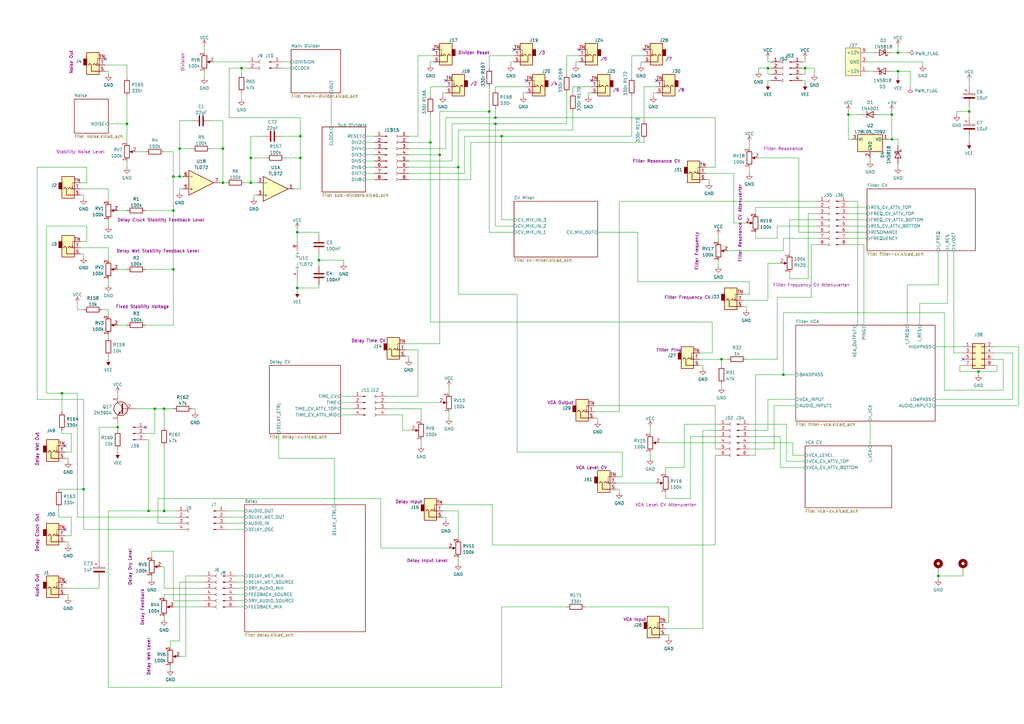
<source format=kicad_sch>
(kicad_sch (version 20211123) (generator eeschema)
  (paper "A3")
  (title_block (comment 2 "creativecommons.org/licenses/by/4.0/") (comment 3 "License: CC BY 4.0") (comment 4 "Author: Guy John"))
  (junction (at 60.96 209.55))
  (junction (at 71.12 110.49))
  (junction (at 368.3 29.21))
  (junction (at 73.66 60.96))
  (junction (at 52.07 50.8))
  (junction (at 205.74 55.88))
  (junction (at 67.31 209.55))
  (junction (at 187.96 68.58))
  (junction (at 203.2 48.26))
  (junction (at 71.12 86.36))
  (junction (at 123.19 64.77))
  (junction (at 34.29 200.66))
  (junction (at 203.2 50.8))
  (junction (at 67.31 167.64))
  (junction (at 102.87 74.93))
  (junction (at 91.44 74.93))
  (junction (at 25.4 161.29))
  (junction (at 71.12 72.39))
  (junction (at 200.66 45.72))
  (junction (at 401.32 152.4))
  (junction (at 365.76 57.15))
  (junction (at 314.96 27.94))
  (junction (at 321.31 153.67))
  (junction (at 397.51 45.72))
  (junction (at 384.81 236.22))
  (junction (at 176.53 58.42))
  (junction (at 347.98 46.99))
  (junction (at 365.76 46.99))
  (junction (at 123.19 55.88))
  (junction (at 48.26 175.26))
  (junction (at 99.06 27.94))
  (junction (at 121.92 118.11))
  (junction (at 91.44 60.96))
  (junction (at 121.92 95.25))
  (junction (at 180.34 63.5))
  (junction (at 295.91 147.32))
  (junction (at 330.2 27.94))
  (junction (at 130.81 106.68))
  (junction (at 63.5 167.64))
  (junction (at 368.3 21.59))
  (junction (at 102.87 64.77))
  (junction (at 73.66 72.39))
  (no_connect (at 59.69 175.26))
  (no_connect (at 182.88 33.02))
  (no_connect (at 269.24 33.02))
  (no_connect (at 394.97 147.32))
  (no_connect (at 177.8 20.32))
  (no_connect (at 26.67 238.76))
  (no_connect (at 26.67 217.17))
  (no_connect (at 237.49 20.32))
  (no_connect (at 26.67 182.88))
  (no_connect (at 264.16 20.32))
  (no_connect (at 210.82 20.32))
  (no_connect (at 43.18 24.13))
  (no_connect (at 215.9 33.02))
  (no_connect (at 242.57 33.02))
  (wire (pts (xy 73.66 60.96) (xy 73.66 72.39)))
  (wire (pts (xy 19.05 92.71) (xy 35.56 92.71)))
  (wire (pts (xy 283.21 204.47) (xy 273.05 204.47)))
  (wire (pts (xy 306.07 147.32) (xy 318.77 147.32)))
  (wire (pts (xy 187.96 120.65) (xy 187.96 68.58)))
  (wire (pts (xy 287.02 147.32) (xy 295.91 147.32)))
  (wire (pts (xy 241.3 38.1) (xy 241.3 39.37)))
  (wire (pts (xy 102.87 55.88) (xy 102.87 64.77)))
  (wire (pts (xy 176.53 25.4) (xy 176.53 26.67)))
  (wire (pts (xy 214.63 38.1) (xy 214.63 39.37)))
  (wire (pts (xy 187.96 68.58) (xy 187.96 53.34)))
  (wire (pts (xy 330.2 189.23) (xy 322.58 189.23)))
  (wire (pts (xy 351.79 82.55) (xy 347.98 82.55)))
  (wire (pts (xy 15.24 163.83) (xy 15.24 68.58)))
  (wire (pts (xy 48.26 172.72) (xy 48.26 175.26)))
  (wire (pts (xy 67.31 243.84) (xy 67.31 245.11)))
  (wire (pts (xy 67.31 243.84) (xy 83.82 243.84)))
  (wire (pts (xy 52.07 26.67) (xy 52.07 31.75)))
  (wire (pts (xy 165.1 176.53) (xy 168.91 176.53)))
  (wire (pts (xy 347.98 100.33) (xy 354.33 100.33)))
  (wire (pts (xy 321.31 153.67) (xy 326.39 153.67)))
  (wire (pts (xy 309.88 97.79) (xy 309.88 95.25)))
  (wire (pts (xy 203.2 50.8) (xy 232.41 50.8)))
  (wire (pts (xy 60.96 180.34) (xy 60.96 209.55)))
  (wire (pts (xy 365.76 46.99) (xy 365.76 57.15)))
  (wire (pts (xy 182.88 38.1) (xy 181.61 38.1)))
  (wire (pts (xy 167.64 146.05) (xy 167.64 147.32)))
  (wire (pts (xy 335.28 85.09) (xy 309.88 85.09)))
  (wire (pts (xy 80.01 167.64) (xy 80.01 168.91)))
  (wire (pts (xy 43.18 26.67) (xy 52.07 26.67)))
  (wire (pts (xy 273.05 191.77) (xy 273.05 194.31)))
  (wire (pts (xy 327.66 64.77) (xy 327.66 95.25)))
  (wire (pts (xy 66.04 232.41) (xy 67.31 232.41)))
  (wire (pts (xy 69.85 262.89) (xy 73.66 262.89)))
  (wire (pts (xy 387.35 128.27) (xy 321.31 128.27)))
  (wire (pts (xy 325.12 181.61) (xy 325.12 186.69)))
  (wire (pts (xy 373.38 29.21) (xy 368.3 29.21)))
  (wire (pts (xy 62.23 236.22) (xy 62.23 237.49)))
  (wire (pts (xy 167.64 55.88) (xy 171.45 55.88)))
  (wire (pts (xy 99.06 27.94) (xy 93.98 27.94)))
  (wire (pts (xy 139.7 165.1) (xy 144.78 165.1)))
  (wire (pts (xy 210.82 90.17) (xy 205.74 90.17)))
  (wire (pts (xy 63.5 177.8) (xy 63.5 167.64)))
  (wire (pts (xy 67.31 182.88) (xy 67.31 209.55)))
  (wire (pts (xy 254 82.55) (xy 335.28 82.55)))
  (wire (pts (xy 328.93 33.02) (xy 330.2 33.02)))
  (wire (pts (xy 262.89 25.4) (xy 262.89 26.67)))
  (wire (pts (xy 48.26 175.26) (xy 48.26 176.53)))
  (wire (pts (xy 273.05 260.35) (xy 274.32 260.35)))
  (wire (pts (xy 292.1 132.08) (xy 176.53 132.08)))
  (wire (pts (xy 19.05 92.71) (xy 19.05 161.29)))
  (wire (pts (xy 67.31 252.73) (xy 67.31 254)))
  (wire (pts (xy 99.06 40.64) (xy 99.06 38.1)))
  (wire (pts (xy 73.66 238.76) (xy 73.66 262.89)))
  (wire (pts (xy 368.3 21.59) (xy 372.11 21.59)))
  (wire (pts (xy 330.2 25.4) (xy 330.2 24.13)))
  (wire (pts (xy 34.29 163.83) (xy 34.29 200.66)))
  (wire (pts (xy 165.1 170.18) (xy 165.1 176.53)))
  (wire (pts (xy 26.67 187.96) (xy 27.94 187.96)))
  (wire (pts (xy 190.5 55.88) (xy 205.74 55.88)))
  (wire (pts (xy 394.97 234.95) (xy 394.97 236.22)))
  (wire (pts (xy 200.66 27.94) (xy 200.66 22.86)))
  (wire (pts (xy 35.56 92.71) (xy 35.56 99.06)))
  (wire (pts (xy 181.61 212.09) (xy 182.88 212.09)))
  (wire (pts (xy 73.66 77.47) (xy 73.66 78.74)))
  (wire (pts (xy 269.24 38.1) (xy 267.97 38.1)))
  (wire (pts (xy 236.22 25.4) (xy 236.22 26.67)))
  (wire (pts (xy 24.13 200.66) (xy 34.29 200.66)))
  (wire (pts (xy 130.81 116.84) (xy 130.81 118.11)))
  (wire (pts (xy 44.45 101.6) (xy 44.45 106.68)))
  (wire (pts (xy 203.2 48.26) (xy 203.2 44.45)))
  (wire (pts (xy 27.94 222.25) (xy 27.94 223.52)))
  (wire (pts (xy 93.98 27.94) (xy 93.98 48.26)))
  (wire (pts (xy 311.15 27.94) (xy 311.15 29.21)))
  (wire (pts (xy 273.05 257.81) (xy 288.29 257.81)))
  (wire (pts (xy 44.45 281.94) (xy 205.74 281.94)))
  (wire (pts (xy 283.21 179.07) (xy 294.64 179.07)))
  (wire (pts (xy 309.88 153.67) (xy 321.31 153.67)))
  (wire (pts (xy 71.12 72.39) (xy 71.12 86.36)))
  (wire (pts (xy 205.74 248.92) (xy 205.74 281.94)))
  (wire (pts (xy 33.02 104.14) (xy 34.29 104.14)))
  (wire (pts (xy 351.79 82.55) (xy 351.79 133.35)))
  (wire (pts (xy 71.12 86.36) (xy 71.12 110.49)))
  (wire (pts (xy 397.51 33.02) (xy 397.51 35.56)))
  (wire (pts (xy 298.45 102.87) (xy 321.31 102.87)))
  (wire (pts (xy 391.16 102.87) (xy 391.16 144.78)))
  (wire (pts (xy 332.74 121.92) (xy 332.74 100.33)))
  (wire (pts (xy 71.12 72.39) (xy 73.66 72.39)))
  (wire (pts (xy 287.02 144.78) (xy 292.1 144.78)))
  (wire (pts (xy 288.29 176.53) (xy 288.29 257.81)))
  (wire (pts (xy 19.05 161.29) (xy 25.4 161.29)))
  (wire (pts (xy 365.76 45.72) (xy 365.76 46.99)))
  (wire (pts (xy 316.23 33.02) (xy 314.96 33.02)))
  (wire (pts (xy 172.72 180.34) (xy 172.72 182.88)))
  (wire (pts (xy 167.64 68.58) (xy 187.96 68.58)))
  (wire (pts (xy 55.88 62.23) (xy 59.69 62.23)))
  (wire (pts (xy 166.37 143.51) (xy 171.45 143.51)))
  (wire (pts (xy 130.81 95.25) (xy 121.92 95.25)))
  (wire (pts (xy 91.44 60.96) (xy 86.36 60.96)))
  (wire (pts (xy 210.82 92.71) (xy 203.2 92.71)))
  (wire (pts (xy 397.51 45.72) (xy 397.51 48.26)))
  (wire (pts (xy 139.7 167.64) (xy 144.78 167.64)))
  (wire (pts (xy 71.12 133.35) (xy 71.12 110.49)))
  (wire (pts (xy 74.93 72.39) (xy 73.66 72.39)))
  (wire (pts (xy 377.19 124.46) (xy 377.19 133.35)))
  (wire (pts (xy 294.64 173.99) (xy 280.67 173.99)))
  (wire (pts (xy 101.6 27.94) (xy 99.06 27.94)))
  (wire (pts (xy 411.48 147.32) (xy 407.67 147.32)))
  (wire (pts (xy 394.97 149.86) (xy 393.7 149.86)))
  (wire (pts (xy 44.45 147.32) (xy 44.45 146.05)))
  (wire (pts (xy 180.34 45.72) (xy 180.34 63.5)))
  (wire (pts (xy 91.44 74.93) (xy 92.71 74.93)))
  (wire (pts (xy 328.93 30.48) (xy 330.2 30.48)))
  (wire (pts (xy 273.05 191.77) (xy 280.67 191.77)))
  (wire (pts (xy 387.35 128.27) (xy 387.35 160.02)))
  (wire (pts (xy 259.08 31.75) (xy 259.08 22.86)))
  (wire (pts (xy 411.48 160.02) (xy 411.48 147.32)))
  (wire (pts (xy 314.96 123.19) (xy 314.96 107.95)))
  (wire (pts (xy 355.6 29.21) (xy 358.14 29.21)))
  (wire (pts (xy 417.83 142.24) (xy 407.67 142.24)))
  (wire (pts (xy 252.73 200.66) (xy 254 200.66)))
  (wire (pts (xy 356.87 64.77) (xy 356.87 66.04)))
  (wire (pts (xy 203.2 36.83) (xy 203.2 35.56)))
  (wire (pts (xy 394.97 144.78) (xy 391.16 144.78)))
  (wire (pts (xy 182.88 212.09) (xy 182.88 213.36)))
  (wire (pts (xy 384.81 236.22) (xy 394.97 236.22)))
  (wire (pts (xy 43.18 29.21) (xy 44.45 29.21)))
  (wire (pts (xy 295.91 147.32) (xy 298.45 147.32)))
  (wire (pts (xy 264.16 25.4) (xy 262.89 25.4)))
  (wire (pts (xy 289.56 71.12) (xy 300.99 71.12)))
  (wire (pts (xy 102.87 74.93) (xy 105.41 74.93)))
  (wire (pts (xy 415.29 163.83) (xy 415.29 144.78)))
  (wire (pts (xy 316.23 27.94) (xy 314.96 27.94)))
  (wire (pts (xy 328.93 27.94) (xy 330.2 27.94)))
  (wire (pts (xy 44.45 90.17) (xy 44.45 92.71)))
  (wire (pts (xy 130.81 96.52) (xy 130.81 95.25)))
  (wire (pts (xy 304.8 125.73) (xy 306.07 125.73)))
  (wire (pts (xy 373.38 29.21) (xy 373.38 35.56)))
  (wire (pts (xy 31.75 124.46) (xy 31.75 127)))
  (wire (pts (xy 40.64 175.26) (xy 48.26 175.26)))
  (wire (pts (xy 182.88 60.96) (xy 182.88 48.26)))
  (wire (pts (xy 289.56 68.58) (xy 293.37 68.58)))
  (wire (pts (xy 25.4 177.8) (xy 29.21 177.8)))
  (wire (pts (xy 393.7 152.4) (xy 401.32 152.4)))
  (wire (pts (xy 59.69 110.49) (xy 71.12 110.49)))
  (wire (pts (xy 171.45 143.51) (xy 171.45 162.56)))
  (wire (pts (xy 74.93 77.47) (xy 73.66 77.47)))
  (wire (pts (xy 71.12 226.06) (xy 71.12 246.38)))
  (wire (pts (xy 91.44 49.53) (xy 91.44 60.96)))
  (wire (pts (xy 76.2 236.22) (xy 83.82 236.22)))
  (wire (pts (xy 102.87 64.77) (xy 102.87 74.93)))
  (wire (pts (xy 368.3 21.59) (xy 368.3 19.05)))
  (wire (pts (xy 232.41 22.86) (xy 237.49 22.86)))
  (wire (pts (xy 267.97 38.1) (xy 267.97 39.37)))
  (wire (pts (xy 64.77 214.63) (xy 64.77 204.47)))
  (wire (pts (xy 254 82.55) (xy 254 168.91)))
  (wire (pts (xy 67.31 167.64) (xy 67.31 175.26)))
  (wire (pts (xy 203.2 35.56) (xy 215.9 35.56)))
  (wire (pts (xy 187.96 209.55) (xy 187.96 220.98)))
  (wire (pts (xy 52.07 66.04) (xy 52.07 68.58)))
  (wire (pts (xy 334.01 27.94) (xy 334.01 30.48)))
  (wire (pts (xy 181.61 38.1) (xy 181.61 39.37)))
  (wire (pts (xy 24.13 208.28) (xy 24.13 212.09)))
  (wire (pts (xy 123.19 64.77) (xy 116.84 64.77)))
  (wire (pts (xy 137.16 187.96) (xy 137.16 207.01)))
  (wire (pts (xy 314.96 33.02) (xy 314.96 34.29)))
  (wire (pts (xy 234.95 38.1) (xy 234.95 35.56)))
  (wire (pts (xy 387.35 160.02) (xy 411.48 160.02)))
  (wire (pts (xy 307.34 68.58) (xy 307.34 71.12)))
  (wire (pts (xy 73.66 269.24) (xy 76.2 269.24)))
  (wire (pts (xy 176.53 39.37) (xy 176.53 35.56)))
  (wire (pts (xy 274.32 248.92) (xy 274.32 255.27)))
  (wire (pts (xy 368.3 29.21) (xy 368.3 31.75)))
  (wire (pts (xy 26.67 185.42) (xy 29.21 185.42)))
  (wire (pts (xy 397.51 43.18) (xy 397.51 45.72)))
  (wire (pts (xy 24.13 212.09) (xy 29.21 212.09)))
  (wire (pts (xy 274.32 255.27) (xy 273.05 255.27)))
  (wire (pts (xy 149.86 73.66) (xy 153.67 73.66)))
  (wire (pts (xy 232.41 50.8) (xy 232.41 38.1)))
  (wire (pts (xy 318.77 147.32) (xy 318.77 121.92)))
  (wire (pts (xy 67.31 167.64) (xy 71.12 167.64)))
  (wire (pts (xy 388.62 102.87) (xy 388.62 124.46)))
  (wire (pts (xy 167.64 58.42) (xy 176.53 58.42)))
  (wire (pts (xy 383.54 166.37) (xy 417.83 166.37)))
  (wire (pts (xy 266.7 185.42) (xy 266.7 187.96)))
  (wire (pts (xy 71.12 72.39) (xy 71.12 62.23)))
  (wire (pts (xy 167.64 66.04) (xy 185.42 66.04)))
  (wire (pts (xy 261.62 95.25) (xy 245.11 95.25)))
  (wire (pts (xy 318.77 121.92) (xy 332.74 121.92)))
  (wire (pts (xy 158.75 167.64) (xy 172.72 167.64)))
  (wire (pts (xy 290.83 73.66) (xy 290.83 74.93)))
  (wire (pts (xy 55.88 167.64) (xy 63.5 167.64)))
  (wire (pts (xy 347.98 85.09) (xy 355.6 85.09)))
  (wire (pts (xy 293.37 184.15) (xy 293.37 166.37)))
  (wire (pts (xy 130.81 104.14) (xy 130.81 106.68)))
  (wire (pts (xy 307.34 186.69) (xy 309.88 186.69)))
  (wire (pts (xy 401.32 152.4) (xy 408.94 152.4)))
  (wire (pts (xy 234.95 35.56) (xy 242.57 35.56)))
  (wire (pts (xy 383.54 142.24) (xy 394.97 142.24)))
  (wire (pts (xy 317.5 166.37) (xy 326.39 166.37)))
  (wire (pts (xy 331.47 87.63) (xy 331.47 114.3)))
  (wire (pts (xy 34.29 80.01) (xy 34.29 81.28)))
  (wire (pts (xy 356.87 172.72) (xy 356.87 182.88)))
  (wire (pts (xy 35.56 74.93) (xy 33.02 74.93)))
  (wire (pts (xy 243.84 166.37) (xy 293.37 166.37)))
  (wire (pts (xy 321.31 97.79) (xy 335.28 97.79)))
  (wire (pts (xy 294.64 96.52) (xy 294.64 99.06)))
  (wire (pts (xy 309.88 85.09) (xy 309.88 87.63)))
  (wire (pts (xy 201.93 223.52) (xy 201.93 207.01)))
  (wire (pts (xy 360.68 46.99) (xy 365.76 46.99)))
  (wire (pts (xy 121.92 95.25) (xy 121.92 99.06)))
  (wire (pts (xy 149.86 58.42) (xy 153.67 58.42)))
  (wire (pts (xy 59.69 86.36) (xy 71.12 86.36)))
  (wire (pts (xy 294.64 176.53) (xy 288.29 176.53)))
  (wire (pts (xy 309.88 153.67) (xy 309.88 186.69)))
  (wire (pts (xy 351.79 133.35) (xy 350.52 133.35)))
  (wire (pts (xy 26.67 219.71) (xy 29.21 219.71)))
  (wire (pts (xy 93.98 48.26) (xy 123.19 48.26)))
  (wire (pts (xy 307.34 176.53) (xy 314.96 176.53)))
  (wire (pts (xy 40.64 241.3) (xy 40.64 237.49)))
  (wire (pts (xy 149.86 71.12) (xy 153.67 71.12)))
  (wire (pts (xy 203.2 48.26) (xy 293.37 48.26)))
  (wire (pts (xy 347.98 90.17) (xy 355.6 90.17)))
  (wire (pts (xy 78.74 167.64) (xy 80.01 167.64)))
  (wire (pts (xy 44.45 114.3) (xy 44.45 116.84)))
  (wire (pts (xy 26.67 241.3) (xy 40.64 241.3)))
  (wire (pts (xy 307.34 181.61) (xy 325.12 181.61)))
  (wire (pts (xy 347.98 57.15) (xy 349.25 57.15)))
  (wire (pts (xy 270.51 181.61) (xy 294.64 181.61)))
  (wire (pts (xy 26.67 222.25) (xy 27.94 222.25)))
  (wire (pts (xy 355.6 21.59) (xy 358.14 21.59)))
  (wire (pts (xy 78.74 49.53) (xy 73.66 49.53)))
  (wire (pts (xy 355.6 25.4) (xy 378.46 25.4)))
  (wire (pts (xy 96.52 238.76) (xy 100.33 238.76)))
  (wire (pts (xy 96.52 241.3) (xy 100.33 241.3)))
  (wire (pts (xy 212.09 120.65) (xy 187.96 120.65)))
  (wire (pts (xy 114.3 187.96) (xy 137.16 187.96)))
  (wire (pts (xy 44.45 29.21) (xy 44.45 30.48)))
  (wire (pts (xy 123.19 48.26) (xy 123.19 55.88)))
  (wire (pts (xy 121.92 93.98) (xy 121.92 95.25)))
  (wire (pts (xy 185.42 50.8) (xy 203.2 50.8)))
  (wire (pts (xy 259.08 55.88) (xy 259.08 39.37)))
  (wire (pts (xy 252.73 195.58) (xy 255.27 195.58)))
  (wire (pts (xy 384.81 116.84) (xy 384.81 102.87)))
  (wire (pts (xy 48.26 86.36) (xy 52.07 86.36)))
  (wire (pts (xy 193.04 73.66) (xy 193.04 58.42)))
  (wire (pts (xy 185.42 66.04) (xy 185.42 50.8)))
  (wire (pts (xy 176.53 58.42) (xy 176.53 46.99)))
  (wire (pts (xy 130.81 106.68) (xy 130.81 109.22)))
  (wire (pts (xy 104.14 80.01) (xy 104.14 81.28)))
  (wire (pts (xy 316.23 30.48) (xy 314.96 30.48)))
  (wire (pts (xy 205.74 55.88) (xy 259.08 55.88)))
  (wire (pts (xy 76.2 236.22) (xy 76.2 269.24)))
  (wire (pts (xy 408.94 152.4) (xy 408.94 149.86)))
  (wire (pts (xy 321.31 128.27) (xy 321.31 153.67)))
  (wire (pts (xy 347.98 46.99) (xy 347.98 57.15)))
  (wire (pts (xy 314.96 27.94) (xy 311.15 27.94)))
  (wire (pts (xy 212.09 185.42) (xy 212.09 120.65)))
  (wire (pts (xy 323.85 90.17) (xy 335.28 90.17)))
  (wire (pts (xy 295.91 147.32) (xy 295.91 149.86)))
  (wire (pts (xy 184.15 158.75) (xy 184.15 161.29)))
  (wire (pts (xy 318.77 97.79) (xy 309.88 97.79)))
  (wire (pts (xy 48.26 110.49) (xy 52.07 110.49)))
  (wire (pts (xy 261.62 115.57) (xy 261.62 95.25)))
  (wire (pts (xy 307.34 179.07) (xy 320.04 179.07)))
  (wire (pts (xy 139.7 162.56) (xy 144.78 162.56)))
  (wire (pts (xy 205.74 55.88) (xy 205.74 90.17)))
  (wire (pts (xy 121.92 114.3) (xy 121.92 118.11)))
  (wire (pts (xy 149.86 55.88) (xy 153.67 55.88)))
  (wire (pts (xy 331.47 87.63) (xy 335.28 87.63)))
  (wire (pts (xy 25.4 161.29) (xy 31.75 161.29)))
  (wire (pts (xy 52.07 39.37) (xy 52.07 50.8)))
  (wire (pts (xy 31.75 161.29) (xy 31.75 212.09)))
  (wire (pts (xy 307.34 184.15) (xy 317.5 184.15)))
  (wire (pts (xy 384.81 234.95) (xy 384.81 236.22)))
  (wire (pts (xy 200.66 45.72) (xy 200.66 95.25)))
  (wire (pts (xy 99.06 27.94) (xy 99.06 30.48)))
  (wire (pts (xy 29.21 212.09) (xy 29.21 219.71)))
  (wire (pts (xy 166.37 140.97) (xy 180.34 140.97)))
  (wire (pts (xy 255.27 195.58) (xy 255.27 185.42)))
  (wire (pts (xy 210.82 95.25) (xy 200.66 95.25)))
  (wire (pts (xy 304.8 120.65) (xy 307.34 120.65)))
  (wire (pts (xy 44.45 209.55) (xy 60.96 209.55)))
  (wire (pts (xy 59.69 177.8) (xy 63.5 177.8)))
  (wire (pts (xy 59.69 180.34) (xy 60.96 180.34)))
  (wire (pts (xy 34.29 104.14) (xy 34.29 105.41)))
  (wire (pts (xy 123.19 77.47) (xy 123.19 64.77)))
  (wire (pts (xy 283.21 179.07) (xy 283.21 204.47)))
  (wire (pts (xy 87.63 25.4) (xy 101.6 25.4)))
  (wire (pts (xy 415.29 144.78) (xy 407.67 144.78)))
  (wire (pts (xy 33.02 77.47) (xy 44.45 77.47)))
  (wire (pts (xy 203.2 50.8) (xy 203.2 92.71)))
  (wire (pts (xy 166.37 146.05) (xy 167.64 146.05)))
  (wire (pts (xy 96.52 236.22) (xy 100.33 236.22)))
  (wire (pts (xy 388.62 124.46) (xy 377.19 124.46)))
  (wire (pts (xy 73.66 238.76) (xy 83.82 238.76)))
  (wire (pts (xy 149.86 68.58) (xy 153.67 68.58)))
  (wire (pts (xy 232.41 30.48) (xy 232.41 22.86)))
  (wire (pts (xy 135.89 38.1) (xy 135.89 52.07)))
  (wire (pts (xy 177.8 25.4) (xy 176.53 25.4)))
  (wire (pts (xy 243.84 171.45) (xy 245.11 171.45)))
  (wire (pts (xy 123.19 55.88) (xy 123.19 64.77)))
  (wire (pts (xy 372.11 133.35) (xy 372.11 116.84)))
  (wire (pts (xy 73.66 60.96) (xy 78.74 60.96)))
  (wire (pts (xy 172.72 167.64) (xy 172.72 172.72)))
  (wire (pts (xy 62.23 226.06) (xy 71.12 226.06)))
  (wire (pts (xy 323.85 114.3) (xy 331.47 114.3)))
  (wire (pts (xy 330.2 30.48) (xy 330.2 27.94)))
  (wire (pts (xy 31.75 127) (xy 34.29 127)))
  (wire (pts (xy 92.71 217.17) (xy 100.33 217.17)))
  (wire (pts (xy 200.66 22.86) (xy 210.82 22.86)))
  (wire (pts (xy 120.65 77.47) (xy 123.19 77.47)))
  (wire (pts (xy 109.22 64.77) (xy 102.87 64.77)))
  (wire (pts (xy 368.3 68.58) (xy 368.3 67.31)))
  (wire (pts (xy 96.52 248.92) (xy 100.33 248.92)))
  (wire (pts (xy 41.91 127) (xy 44.45 127)))
  (wire (pts (xy 234.95 53.34) (xy 234.95 45.72)))
  (wire (pts (xy 323.85 111.76) (xy 323.85 114.3)))
  (wire (pts (xy 158.75 165.1) (xy 180.34 165.1)))
  (wire (pts (xy 261.62 115.57) (xy 307.34 115.57)))
  (wire (pts (xy 180.34 63.5) (xy 180.34 140.97)))
  (wire (pts (xy 44.45 77.47) (xy 44.45 82.55)))
  (wire (pts (xy 318.77 92.71) (xy 318.77 97.79)))
  (wire (pts (xy 293.37 186.69) (xy 294.64 186.69)))
  (wire (pts (xy 33.02 101.6) (xy 44.45 101.6)))
  (wire (pts (xy 71.12 248.92) (xy 83.82 248.92)))
  (wire (pts (xy 365.76 29.21) (xy 368.3 29.21)))
  (wire (pts (xy 205.74 248.92) (xy 232.41 248.92)))
  (wire (pts (xy 90.17 74.93) (xy 91.44 74.93)))
  (wire (pts (xy 259.08 22.86) (xy 264.16 22.86)))
  (wire (pts (xy 365.76 57.15) (xy 368.3 57.15)))
  (wire (pts (xy 353.06 46.99) (xy 347.98 46.99)))
  (wire (pts (xy 34.29 217.17) (xy 72.39 217.17)))
  (wire (pts (xy 307.34 120.65) (xy 307.34 115.57)))
  (wire (pts (xy 187.96 53.34) (xy 234.95 53.34)))
  (wire (pts (xy 408.94 149.86) (xy 407.67 149.86)))
  (wire (pts (xy 140.97 106.68) (xy 130.81 106.68)))
  (wire (pts (xy 182.88 48.26) (xy 203.2 48.26)))
  (wire (pts (xy 314.96 25.4) (xy 314.96 24.13)))
  (wire (pts (xy 176.53 35.56) (xy 182.88 35.56)))
  (wire (pts (xy 273.05 204.47) (xy 273.05 201.93)))
  (wire (pts (xy 29.21 177.8) (xy 29.21 185.42)))
  (wire (pts (xy 107.95 55.88) (xy 102.87 55.88)))
  (wire (pts (xy 139.7 170.18) (xy 144.78 170.18)))
  (wire (pts (xy 372.11 116.84) (xy 384.81 116.84)))
  (wire (pts (xy 321.31 97.79) (xy 321.31 102.87)))
  (wire (pts (xy 73.66 49.53) (xy 73.66 60.96)))
  (wire (pts (xy 384.81 236.22) (xy 384.81 237.49)))
  (wire (pts (xy 156.21 224.79) (xy 156.21 204.47)))
  (wire (pts (xy 304.8 123.19) (xy 314.96 123.19)))
  (wire (pts (xy 115.57 25.4) (xy 119.38 25.4)))
  (wire (pts (xy 293.37 223.52) (xy 201.93 223.52)))
  (wire (pts (xy 31.75 212.09) (xy 72.39 212.09)))
  (wire (pts (xy 392.43 45.72) (xy 397.51 45.72)))
  (wire (pts (xy 67.31 62.23) (xy 71.12 62.23)))
  (wire (pts (xy 210.82 25.4) (xy 209.55 25.4)))
  (wire (pts (xy 62.23 226.06) (xy 62.23 228.6)))
  (wire (pts (xy 287.02 149.86) (xy 288.29 149.86)))
  (wire (pts (xy 35.56 68.58) (xy 35.56 74.93)))
  (wire (pts (xy 184.15 224.79) (xy 156.21 224.79)))
  (wire (pts (xy 83.82 29.21) (xy 83.82 31.75)))
  (wire (pts (xy 115.57 55.88) (xy 123.19 55.88)))
  (wire (pts (xy 96.52 243.84) (xy 100.33 243.84)))
  (wire (pts (xy 63.5 167.64) (xy 67.31 167.64)))
  (wire (pts (xy 121.92 118.11) (xy 121.92 119.38)))
  (wire (pts (xy 140.97 107.95) (xy 140.97 106.68)))
  (wire (pts (xy 193.04 58.42) (xy 264.16 58.42)))
  (wire (pts (xy 254 200.66) (xy 254 201.93)))
  (wire (pts (xy 72.39 214.63) (xy 64.77 214.63)))
  (wire (pts (xy 242.57 38.1) (xy 241.3 38.1)))
  (wire (pts (xy 274.32 260.35) (xy 274.32 261.62)))
  (wire (pts (xy 67.31 209.55) (xy 72.39 209.55)))
  (wire (pts (xy 15.24 68.58) (xy 35.56 68.58)))
  (wire (pts (xy 40.64 229.87) (xy 40.64 175.26)))
  (wire (pts (xy 149.86 63.5) (xy 153.67 63.5)))
  (wire (pts (xy 330.2 27.94) (xy 334.01 27.94)))
  (wire (pts (xy 245.11 171.45) (xy 245.11 172.72)))
  (wire (pts (xy 318.77 92.71) (xy 335.28 92.71)))
  (wire (pts (xy 34.29 200.66) (xy 34.29 217.17)))
  (wire (pts (xy 130.81 118.11) (xy 121.92 118.11)))
  (wire (pts (xy 300.99 71.12) (xy 300.99 91.44)))
  (wire (pts (xy 397.51 55.88) (xy 397.51 58.42)))
  (wire (pts (xy 59.69 133.35) (xy 71.12 133.35)))
  (wire (pts (xy 320.04 179.07) (xy 320.04 191.77)))
  (wire (pts (xy 264.16 49.53) (xy 264.16 35.56)))
  (wire (pts (xy 27.94 187.96) (xy 27.94 189.23)))
  (wire (pts (xy 200.66 45.72) (xy 200.66 35.56)))
  (wire (pts (xy 347.98 87.63) (xy 355.6 87.63)))
  (wire (pts (xy 115.57 27.94) (xy 119.38 27.94)))
  (wire (pts (xy 288.29 149.86) (xy 288.29 151.13)))
  (wire (pts (xy 322.58 173.99) (xy 322.58 189.23)))
  (wire (pts (xy 167.64 63.5) (xy 180.34 63.5)))
  (wire (pts (xy 330.2 33.02) (xy 330.2 34.29)))
  (wire (pts (xy 100.33 74.93) (xy 102.87 74.93)))
  (wire (pts (xy 167.64 73.66) (xy 193.04 73.66)))
  (wire (pts (xy 401.32 153.67) (xy 401.32 152.4)))
  (wire (pts (xy 307.34 173.99) (xy 322.58 173.99)))
  (wire (pts (xy 149.86 60.96) (xy 153.67 60.96)))
  (wire (pts (xy 96.52 246.38) (xy 100.33 246.38)))
  (wire (pts (xy 314.96 163.83) (xy 326.39 163.83)))
  (wire (pts (xy 25.4 161.29) (xy 25.4 168.91)))
  (wire (pts (xy 294.64 106.68) (xy 294.64 109.22)))
  (wire (pts (xy 314.96 107.95) (xy 320.04 107.95)))
  (wire (pts (xy 92.71 214.63) (xy 100.33 214.63)))
  (wire (pts (xy 347.98 45.72) (xy 347.98 46.99)))
  (wire (pts (xy 158.75 162.56) (xy 171.45 162.56)))
  (wire (pts (xy 114.3 177.8) (xy 114.3 187.96)))
  (wire (pts (xy 300.99 91.44) (xy 306.07 91.44)))
  (wire (pts (xy 255.27 185.42) (xy 212.09 185.42)))
  (wire (pts (xy 294.64 184.15) (xy 293.37 184.15)))
  (wire (pts (xy 184.15 168.91) (xy 184.15 171.45)))
  (wire (pts (xy 83.82 19.05) (xy 83.82 21.59)))
  (wire (pts (xy 105.41 80.01) (xy 104.14 80.01)))
  (wire (pts (xy 292.1 144.78) (xy 292.1 132.08)))
  (wire (pts (xy 27.94 243.84) (xy 27.94 245.11)))
  (wire (pts (xy 347.98 95.25) (xy 355.6 95.25)))
  (wire (pts (xy 330.2 191.77) (xy 320.04 191.77)))
  (wire (pts (xy 67.31 241.3) (xy 83.82 241.3)))
  (wire (pts (xy 215.9 38.1) (xy 214.63 38.1)))
  (wire (pts (xy 149.86 66.04) (xy 153.67 66.04)))
  (wire (pts (xy 44.45 209.55) (xy 44.45 281.94)))
  (wire (pts (xy 314.96 30.48) (xy 314.96 27.94)))
  (wire (pts (xy 347.98 97.79) (xy 355.6 97.79)))
  (wire (pts (xy 328.93 25.4) (xy 330.2 25.4)))
  (wire (pts (xy 171.45 22.86) (xy 177.8 22.86)))
  (wire (pts (xy 314.96 163.83) (xy 314.96 176.53)))
  (wire (pts (xy 181.61 207.01) (xy 201.93 207.01)))
  (wire (pts (xy 252.73 198.12) (xy 269.24 198.12)))
  (wire (pts (xy 15.24 163.83) (xy 34.29 163.83)))
  (wire (pts (xy 378.46 25.4) (xy 378.46 26.67)))
  (wire (pts (xy 48.26 133.35) (xy 52.07 133.35)))
  (wire (pts (xy 330.2 186.69) (xy 325.12 186.69)))
  (wire (pts (xy 92.71 209.55) (xy 100.33 209.55)))
  (wire (pts (xy 44.45 138.43) (xy 44.45 137.16)))
  (wire (pts (xy 171.45 55.88) (xy 171.45 22.86)))
  (wire (pts (xy 187.96 228.6) (xy 187.96 231.14)))
  (wire (pts (xy 92.71 212.09) (xy 100.33 212.09)))
  (wire (pts (xy 317.5 166.37) (xy 317.5 184.15)))
  (wire (pts (xy 156.21 204.47) (xy 64.77 204.47)))
  (wire (pts (xy 307.34 58.42) (xy 307.34 60.96)))
  (wire (pts (xy 33.02 80.01) (xy 34.29 80.01)))
  (wire (pts (xy 323.85 90.17) (xy 323.85 104.14)))
  (wire (pts (xy 44.45 127) (xy 44.45 129.54)))
  (wire (pts (xy 181.61 209.55) (xy 187.96 209.55)))
  (wire (pts (xy 280.67 173.99) (xy 280.67 191.77)))
  (wire (pts (xy 25.4 176.53) (xy 25.4 177.8)))
  (wire (pts (xy 289.56 73.66) (xy 290.83 73.66)))
  (wire (pts (xy 35.56 99.06) (xy 33.02 99.06)))
  (wire (pts (xy 209.55 25.4) (xy 209.55 26.67)))
  (wire (pts (xy 264.16 35.56) (xy 269.24 35.56)))
  (wire (pts (xy 190.5 71.12) (xy 190.5 55.88)))
  (wire (pts (xy 67.31 232.41) (xy 67.31 241.3)))
  (wire (pts (xy 52.07 50.8) (xy 52.07 58.42)))
  (wire (pts (xy 383.54 163.83) (xy 415.29 163.83)))
  (wire (pts (xy 295.91 158.75) (xy 295.91 157.48)))
  (wire (pts (xy 354.33 100.33) (xy 354.33 133.35)))
  (wire (pts (xy 48.26 184.15) (xy 48.26 185.42)))
  (wire (pts (xy 417.83 166.37) (xy 417.83 142.24)))
  (wire (pts (xy 69.85 262.89) (xy 69.85 265.43)))
  (wire (pts (xy 91.44 60.96) (xy 91.44 74.93)))
  (wire (pts (xy 293.37 186.69) (xy 293.37 223.52)))
  (wire (pts (xy 266.7 175.26) (xy 266.7 177.8)))
  (wire (pts (xy 243.84 168.91) (xy 254 168.91)))
  (wire (pts (xy 365.76 21.59) (xy 368.3 21.59)))
  (wire (pts (xy 364.49 57.15) (xy 365.76 57.15)))
  (wire (pts (xy 311.15 64.77) (xy 327.66 64.77)))
  (wire (pts (xy 368.3 59.69) (xy 368.3 57.15)))
  (wire (pts (xy 44.45 50.8) (xy 52.07 50.8)))
  (wire (pts (xy 176.53 132.08) (xy 176.53 58.42)))
  (wire (pts (xy 316.23 25.4) (xy 314.96 25.4)))
  (wire (pts (xy 237.49 25.4) (xy 236.22 25.4)))
  (wire (pts (xy 158.75 170.18) (xy 165.1 170.18)))
  (wire (pts (xy 26.67 243.84) (xy 27.94 243.84)))
  (wire (pts (xy 332.74 100.33) (xy 335.28 100.33)))
  (wire (pts (xy 167.64 71.12) (xy 190.5 71.12)))
  (wire (pts (xy 60.96 209.55) (xy 67.31 209.55)))
  (wire (pts (xy 264.16 58.42) (xy 264.16 57.15)))
  (wire (pts (xy 393.7 149.86) (xy 393.7 152.4)))
  (wire (pts (xy 293.37 68.58) (xy 293.37 48.26)))
  (wire (pts (xy 327.66 95.25) (xy 335.28 95.25)))
  (wire (pts (xy 167.64 60.96) (xy 182.88 60.96)))
  (wire (pts (xy 69.85 274.32) (xy 69.85 273.05)))
  (wire (pts (xy 48.26 161.29) (xy 48.26 162.56)))
  (wire (pts (xy 71.12 246.38) (xy 83.82 246.38)))
  (wire (pts (xy 306.07 125.73) (xy 306.07 127)))
  (wire (pts (xy 240.03 248.92) (xy 274.32 248.92)))
  (wire (pts (xy 347.98 92.71) (xy 355.6 92.71)))
  (wire (pts (xy 180.34 45.72) (xy 200.66 45.72)))
  (wire (pts (xy 392.43 46.99) (xy 392.43 45.72)))
  (wire (pts (xy 86.36 49.53) (xy 91.44 49.53)))
  (symbol (lib_id "Amplifier_Operational:TL072") (at 113.03 77.47 0) (mirror x) (unit 1)
    (property "Reference" "U1" (at 113.03 68.6902 0))
    (property "Value" "TL072" (at 113.03 71.2271 0))
    (property "Footprint" "rumblesan-standard-parts:DIP-8_W7.62mm_Socket" (effects hide))
    (property "Datasheet" "http://www.ti.com/lit/ds/symlink/tl071.pdf" (effects hide))
  )
  (symbol (lib_id "Device:R_Potentiometer") (at 187.96 224.79 180) (unit 1)
    (property "Reference" "RV11" (at 189.738 223.9553 0) (effects (justify right)))
    (property "Value" "100k" (at 189.738 226.4922 0) (effects (justify right)))
    (property "Footprint" "rumblesan-standard-parts:Potentiometer_Alpha_RD901F-40-00D_Single_Vertical" (effects hide))
    (property "Name" "Delay Input Level" (at 175.26 229.87 0))
  )
  (symbol (lib_id "rumblesan-standard-parts:R") (at 44.45 142.24 180) (unit 1)
    (property "Reference" "R159" (at 46.228 141.4053 0) (effects (justify right)))
    (property "Value" "10k" (at 46.228 143.9422 0) (effects (justify right)))
    (property "Footprint" "rumblesan-standard-parts:R_Axial_DIN0207_L6.3mm_D2.5mm_P10.16mm_Horizontal" (effects hide))
    (property "Tolerance" "1%" (effects hide))
    (property "Power" "0.5W" (effects hide))
    (property "Spec" "metal film" (effects hide))
  )
  (symbol (lib_id "Device:R_Potentiometer") (at 52.07 62.23 0) (mirror x) (unit 1)
    (property "Reference" "RV7" (at 50.2921 61.3953 0) (effects (justify right)))
    (property "Value" "100k" (at 50.2921 63.9322 0) (effects (justify right)))
    (property "Footprint" "rumblesan-standard-parts:Potentiometer_Alpha_RD901F-40-00D_Single_Vertical" (effects hide))
    (property "Name" "Stability Noise Level" (at 33.02 62.23 0))
  )
  (symbol (lib_id "power:VEE") (at 368.3 31.75 180) (unit 1)
    (property "Reference" "#PWR060" (effects hide))
    (property "Value" "VEE" (at 368.3 36.1934 0))
  )
  (symbol (lib_id "power:GND") (at 295.91 158.75 0) (unit 1)
    (property "Reference" "#PWR0210" (effects hide))
    (property "Value" "GND" (at 295.91 163.1934 0))
  )
  (symbol (lib_id "power:VCC") (at 48.26 161.29 0) (mirror y) (unit 1)
    (property "Reference" "#PWR0192" (effects hide))
    (property "Value" "VCC" (at 48.26 157.7142 0))
  )
  (symbol (lib_id "Connector:Conn_01x04_Male") (at 323.85 27.94 0) (unit 1)
    (property "Reference" "J53" (at 323.85 22.86 0))
    (property "Value" "Conn_01x04_Male" (effects hide))
    (property "Footprint" "Connector_PinHeader_2.54mm:PinHeader_1x04_P2.54mm_Vertical" (effects hide))
  )
  (symbol (lib_id "Connector:Conn_01x08_Male") (at 342.9 90.17 0) (unit 1)
    (property "Reference" "J36" (at 344.17 80.01 0))
    (property "Value" "Conn_01x08_Male" (effects hide))
    (property "Footprint" "Connector_PinHeader_2.54mm:PinHeader_1x08_P2.54mm_Vertical" (effects hide))
  )
  (symbol (lib_id "power:GND") (at 245.11 172.72 0) (mirror y) (unit 1)
    (property "Reference" "#PWR045" (effects hide))
    (property "Value" "GND" (at 245.11 177.1634 0))
  )
  (symbol (lib_id "power:GND") (at 44.45 30.48 0) (mirror y) (unit 1)
    (property "Reference" "#PWR04" (effects hide))
    (property "Value" "GND" (at 44.45 34.9234 0))
  )
  (symbol (lib_id "Eurorack_Hardware:Eurorack Mono Jack") (at 269.24 21.59 0) (unit 1)
    (property "Reference" "J28" (at 270.51 16.51 0) (effects (justify left)))
    (property "Value" "Eurorack Mono Jack" (effects hide))
    (property "Footprint" "rumblesan-standard-parts:Jack_3.5mm_QingPu_WQP-PJ398SM_Vertical" (effects hide))
    (property "Datasheet" "http://www.qingpu-electronics.com/en/products/WQP-PJ398SM-362.html" (effects hide))
    (property "mpn" "WQP-WQP518MA" (effects hide))
    (property "Name" "/7" (at 274.32 24.13 0))
  )
  (symbol (lib_id "power:VCC") (at 266.7 175.26 0) (unit 1)
    (property "Reference" "#PWR041" (effects hide))
    (property "Value" "VCC" (at 266.7 171.6842 0))
  )
  (symbol (lib_id "power:GND") (at 266.7 187.96 0) (unit 1)
    (property "Reference" "#PWR042" (effects hide))
    (property "Value" "GND" (at 266.7 192.4034 0))
  )
  (symbol (lib_id "Eurorack_Hardware:Eurorack Mono Jack") (at 182.88 21.59 0) (unit 1)
    (property "Reference" "J17" (at 184.15 16.51 0) (effects (justify left)))
    (property "Value" "Eurorack Mono Jack" (effects hide))
    (property "Footprint" "rumblesan-standard-parts:Jack_3.5mm_QingPu_WQP-PJ398SM_Vertical" (effects hide))
    (property "Datasheet" "http://www.qingpu-electronics.com/en/products/WQP-PJ398SM-362.html" (effects hide))
    (property "mpn" "WQP-WQP518MA" (effects hide))
    (property "Name" "Divider Reset" (at 194.31 21.59 0))
  )
  (symbol (lib_id "Eurorack_Hardware:Eurorack Power Small") (at 349.25 25.4 0) (unit 1)
    (property "Reference" "J37" (at 349.885 18.573 0))
    (property "Value" "Eurorack Power Small" (effects hide))
    (property "Footprint" "eurorack-power:Eurorack_PowerHeader_2x05_P2.54mm_Shrouded" (effects hide))
  )
  (symbol (lib_id "power:GND") (at 140.97 107.95 0) (unit 1)
    (property "Reference" "#PWR055" (effects hide))
    (property "Value" "GND" (at 140.97 112.3934 0))
  )
  (symbol (lib_id "rumblesan-standard-parts:R") (at 52.07 35.56 0) (unit 1)
    (property "Reference" "R165" (at 53.848 34.7253 0) (effects (justify left)))
    (property "Value" "330r" (at 53.848 37.2622 0) (effects (justify left)))
    (property "Footprint" "rumblesan-standard-parts:R_Axial_DIN0207_L6.3mm_D2.5mm_P2.54mm_Vertical" (effects hide))
    (property "Tolerance" "1%" (effects hide))
    (property "Power" "0.5W" (effects hide))
    (property "Spec" "metal film" (effects hide))
  )
  (symbol (lib_id "Device:R_Potentiometer") (at 44.45 110.49 0) (mirror x) (unit 1)
    (property "Reference" "RV2" (at 42.6721 109.6553 0) (effects (justify right)))
    (property "Value" "100k" (at 42.6721 112.1922 0) (effects (justify right)))
    (property "Footprint" "rumblesan-standard-parts:Potentiometer_Alpha_RD901F-40-00D_Single_Vertical" (effects hide))
    (property "Name" "Delay Wet Stability Feedback Level" (at 64.77 102.87 0))
  )
  (symbol (lib_id "power:GND") (at 311.15 29.21 0) (unit 1)
    (property "Reference" "#PWR0208" (effects hide))
    (property "Value" "GND" (at 311.15 33.6534 0))
  )
  (symbol (lib_id "rumblesan-standard-parts:C") (at 130.81 113.03 0) (unit 1)
    (property "Reference" "C4" (at 133.731 112.1953 0) (effects (justify left)))
    (property "Value" "100nF" (at 133.731 114.7322 0) (effects (justify left)))
    (property "Footprint" "rumblesan-standard-parts:C_Rect_L7.0mm_W2.5mm_P5.00mm" (effects hide))
    (property "Spec" "ceramic C0G" (effects hide))
    (property "Tolerance" "5%" (effects hide))
  )
  (symbol (lib_id "Connector:Conn_01x02_Male") (at 110.49 25.4 0) (unit 1)
    (property "Reference" "J10" (at 110.49 22.86 0))
    (property "Value" "Conn_01x02_Male" (effects hide))
    (property "Footprint" "Connector_PinHeader_2.54mm:PinHeader_1x02_P2.54mm_Vertical" (effects hide))
  )
  (symbol (lib_id "power:VCC") (at 314.96 24.13 0) (unit 1)
    (property "Reference" "#PWR0205" (effects hide))
    (property "Value" "VCC" (at 314.96 20.5542 0))
  )
  (symbol (lib_id "Device:R_Potentiometer") (at 307.34 64.77 0) (mirror x) (unit 1)
    (property "Reference" "RV18" (at 305.5621 63.9353 0) (effects (justify right)))
    (property "Value" "100k" (at 305.5621 66.4722 0) (effects (justify right)))
    (property "Footprint" "rumblesan-standard-parts:Potentiometer_Alpha_RD901F-40-00D_Single_Vertical" (effects hide))
    (property "Name" "Filter Resonance" (at 321.31 60.96 0))
  )
  (symbol (lib_id "Device:R_Potentiometer") (at 67.31 248.92 0) (mirror x) (unit 1)
    (property "Reference" "RV4" (at 65.532 248.0853 0) (effects (justify right)))
    (property "Value" "100k" (at 65.532 250.6222 0) (effects (justify right)))
    (property "Footprint" "rumblesan-standard-parts:Potentiometer_Alpha_RD901F-40-00D_Single_Vertical" (effects hide))
    (property "Name" "Delay Feedback" (at 58.42 248.92 90))
  )
  (symbol (lib_id "Eurorack_Hardware:Eurorack Mono Jack") (at 38.1 25.4 0) (mirror y) (unit 1)
    (property "Reference" "J4" (at 33.528 25.2003 0) (effects (justify left)))
    (property "Value" "Eurorack Mono Jack" (effects hide))
    (property "Footprint" "rumblesan-standard-parts:Jack_3.5mm_QingPu_WQP-PJ398SM_Vertical" (effects hide))
    (property "Datasheet" "http://www.qingpu-electronics.com/en/products/WQP-PJ398SM-362.html" (effects hide))
    (property "mpn" "WQP-WQP518MA" (effects hide))
    (property "Name" "Noise Out" (at 29.21 25.4 90))
  )
  (symbol (lib_id "Eurorack_Hardware:Eurorack Mono Jack") (at 161.29 142.24 0) (mirror y) (unit 1)
    (property "Reference" "J14" (at 156.718 142.0403 0) (effects (justify left)))
    (property "Value" "Eurorack Mono Jack" (effects hide))
    (property "Footprint" "rumblesan-standard-parts:Jack_3.5mm_QingPu_WQP-PJ398SM_Vertical" (effects hide))
    (property "Datasheet" "http://www.qingpu-electronics.com/en/products/WQP-PJ398SM-362.html" (effects hide))
    (property "mpn" "WQP-WQP518MA" (effects hide))
    (property "Name" "Delay Time CV" (at 151.13 139.7 0))
  )
  (symbol (lib_id "Device:R_Potentiometer") (at 184.15 165.1 180) (unit 1)
    (property "Reference" "RV10" (at 185.9279 164.2653 0) (effects (justify right)))
    (property "Value" "100k" (at 185.9279 166.8022 0) (effects (justify right)))
    (property "Footprint" "rumblesan-standard-parts:Potentiometer_Alpha_RD901F-40-00D_Single_Vertical" (effects hide))
  )
  (symbol (lib_id "rumblesan-standard-parts:R") (at 113.03 64.77 270) (mirror x) (unit 1)
    (property "Reference" "R157" (at 113.03 60.0542 90))
    (property "Value" "100k" (at 113.03 62.5911 90))
    (property "Footprint" "rumblesan-standard-parts:R_Axial_DIN0207_L6.3mm_D2.5mm_P10.16mm_Horizontal" (effects hide))
    (property "Tolerance" "1%" (effects hide))
    (property "Power" "0.5W" (effects hide))
    (property "Spec" "metal film" (effects hide))
  )
  (symbol (lib_id "rumblesan-standard-parts:R") (at 203.2 40.64 180) (unit 1)
    (property "Reference" "R168" (at 204.978 39.8053 0) (effects (justify right)))
    (property "Value" "330r" (at 204.978 42.3422 0) (effects (justify right)))
    (property "Footprint" "rumblesan-standard-parts:R_Axial_DIN0207_L6.3mm_D2.5mm_P10.16mm_Horizontal" (effects hide))
    (property "Tolerance" "1%" (effects hide))
    (property "Power" "0.5W" (effects hide))
    (property "Spec" "metal film" (effects hide))
  )
  (symbol (lib_id "Diode:1N4001") (at 356.87 46.99 0) (unit 1)
    (property "Reference" "D1" (at 356.87 42.0202 0))
    (property "Value" "1N4001" (at 356.87 44.5571 0))
    (property "Footprint" "rumblesan-standard-parts:D_DO-41_SOD81_P10.16mm_Horizontal" (effects hide))
    (property "Datasheet" "http://www.vishay.com/docs/88503/1n4001.pdf" (effects hide))
  )
  (symbol (lib_id "power:GND") (at 334.01 30.48 0) (unit 1)
    (property "Reference" "#PWR0206" (effects hide))
    (property "Value" "GND" (at 334.01 34.9234 0))
  )
  (symbol (lib_id "power:VCC") (at 83.82 19.05 0) (unit 1)
    (property "Reference" "#PWR015" (effects hide))
    (property "Value" "VCC" (at 83.82 15.4742 0))
  )
  (symbol (lib_id "power:GND") (at 306.07 127 0) (mirror y) (unit 1)
    (property "Reference" "#PWR049" (effects hide))
    (property "Value" "GND" (at 306.07 131.4434 0))
  )
  (symbol (lib_id "Connector:Conn_01x04_Female") (at 153.67 165.1 0) (mirror y) (unit 1)
    (property "Reference" "J12" (at 153.67 160.02 0))
    (property "Value" "Conn_01x04_Female" (effects hide))
    (property "Footprint" "Connector_PinSocket_2.54mm:PinSocket_1x04_P2.54mm_Vertical" (effects hide))
  )
  (symbol (lib_id "rumblesan-standard-parts:C") (at 130.81 100.33 0) (unit 1)
    (property "Reference" "C3" (at 133.731 99.4953 0) (effects (justify left)))
    (property "Value" "100nF" (at 133.731 102.0322 0) (effects (justify left)))
    (property "Footprint" "rumblesan-standard-parts:C_Rect_L7.0mm_W2.5mm_P5.00mm" (effects hide))
    (property "Spec" "ceramic C0G" (effects hide))
    (property "Tolerance" "5%" (effects hide))
  )
  (symbol (lib_id "rumblesan-standard-parts:R") (at 200.66 31.75 180) (unit 1)
    (property "Reference" "R167" (at 198.12 30.48 90) (effects (justify right)))
    (property "Value" "330r" (at 198.12 35.56 90) (effects (justify right)))
    (property "Footprint" "rumblesan-standard-parts:R_Axial_DIN0207_L6.3mm_D2.5mm_P10.16mm_Horizontal" (effects hide))
    (property "Tolerance" "1%" (effects hide))
    (property "Power" "0.5W" (effects hide))
    (property "Spec" "metal film" (effects hide))
  )
  (symbol (lib_id "Eurorack_Hardware:Eurorack Mono Jack") (at 242.57 21.59 0) (unit 1)
    (property "Reference" "J24" (at 243.84 16.51 0) (effects (justify left)))
    (property "Value" "Eurorack Mono Jack" (effects hide))
    (property "Footprint" "rumblesan-standard-parts:Jack_3.5mm_QingPu_WQP-PJ398SM_Vertical" (effects hide))
    (property "Datasheet" "http://www.qingpu-electronics.com/en/products/WQP-PJ398SM-362.html" (effects hide))
    (property "mpn" "WQP-WQP518MA" (effects hide))
    (property "Name" "/5" (at 247.65 24.13 0))
  )
  (symbol (lib_id "rumblesan-standard-parts:R") (at 236.22 248.92 90) (unit 1)
    (property "Reference" "R171" (at 236.22 244.2042 90))
    (property "Value" "330r" (at 236.22 246.7411 90))
    (property "Footprint" "rumblesan-standard-parts:R_Axial_DIN0207_L6.3mm_D2.5mm_P10.16mm_Horizontal" (effects hide))
    (property "Tolerance" "1%" (effects hide))
    (property "Power" "0.5W" (effects hide))
    (property "Spec" "metal film" (effects hide))
  )
  (symbol (lib_id "power:GND") (at 290.83 74.93 0) (mirror y) (unit 1)
    (property "Reference" "#PWR046" (effects hide))
    (property "Value" "GND" (at 290.83 79.3734 0))
  )
  (symbol (lib_id "Mechanical:MountingHole_Pad") (at 384.81 232.41 0) (unit 1)
    (property "Reference" "H1" (effects hide))
    (property "Value" "MountingHole_Pad" (effects hide))
    (property "Footprint" "rumblesan-standard-parts:MountingHole_3.2mm_M3_DIN965_Pad" (effects hide))
  )
  (symbol (lib_id "rumblesan-standard-parts:R") (at 55.88 110.49 90) (unit 1)
    (property "Reference" "R2" (at 55.88 105.7742 90))
    (property "Value" "100k" (at 55.88 108.3111 90))
    (property "Footprint" "rumblesan-standard-parts:R_Axial_DIN0207_L6.3mm_D2.5mm_P10.16mm_Horizontal" (effects hide))
    (property "Tolerance" "1%" (effects hide))
    (property "Power" "0.5W" (effects hide))
    (property "Spec" "metal film" (effects hide))
  )
  (symbol (lib_id "power:GND") (at 401.32 153.67 0) (mirror y) (unit 1)
    (property "Reference" "#PWR065" (effects hide))
    (property "Value" "GND" (at 401.32 158.1134 0))
  )
  (symbol (lib_id "Connector:Conn_01x04_Female") (at 77.47 212.09 0) (unit 1)
    (property "Reference" "J5" (at 77.47 208.28 0))
    (property "Value" "Conn_01x04_Female" (effects hide))
    (property "Footprint" "Connector_PinSocket_2.54mm:PinSocket_1x04_P2.54mm_Vertical" (effects hide))
  )
  (symbol (lib_id "Eurorack_Hardware:Eurorack Mono Jack") (at 21.59 184.15 0) (mirror y) (unit 1)
    (property "Reference" "J49" (at 20.955 176.6402 0))
    (property "Value" "Eurorack Mono Jack" (effects hide))
    (property "Footprint" "rumblesan-standard-parts:Jack_3.5mm_QingPu_WQP-PJ398SM_Vertical" (effects hide))
    (property "Datasheet" "http://www.qingpu-electronics.com/en/products/WQP-PJ398SM-362.html" (effects hide))
    (property "mpn" "WQP-WQP518MA" (effects hide))
    (property "Name" "Delay Wet Out" (at 15.24 184.15 90))
  )
  (symbol (lib_id "power:GND") (at 274.32 261.62 0) (mirror y) (unit 1)
    (property "Reference" "#PWR038" (effects hide))
    (property "Value" "GND" (at 274.32 266.0634 0))
  )
  (symbol (lib_id "power:VCC") (at 121.92 93.98 0) (unit 1)
    (property "Reference" "#PWR052" (effects hide))
    (property "Value" "VCC" (at 121.92 90.4042 0))
  )
  (symbol (lib_id "Eurorack_Hardware:Eurorack Mono Jack") (at 176.53 208.28 0) (mirror y) (unit 1)
    (property "Reference" "J16" (at 171.958 208.0803 0) (effects (justify left)))
    (property "Value" "Eurorack Mono Jack" (effects hide))
    (property "Footprint" "rumblesan-standard-parts:Jack_3.5mm_QingPu_WQP-PJ398SM_Vertical" (effects hide))
    (property "Datasheet" "http://www.qingpu-electronics.com/en/products/WQP-PJ398SM-362.html" (effects hide))
    (property "mpn" "WQP-WQP518MA" (effects hide))
    (property "Name" "Delay Input" (at 167.64 205.74 0))
  )
  (symbol (lib_id "Amplifier_Operational:TL072") (at 82.55 74.93 0) (mirror x) (unit 2)
    (property "Reference" "U1" (at 82.55 66.1502 0))
    (property "Value" "TL072" (at 82.55 68.6871 0))
    (property "Footprint" "rumblesan-standard-parts:DIP-8_W7.62mm_Socket" (effects hide))
    (property "Datasheet" "http://www.ti.com/lit/ds/symlink/tl071.pdf" (effects hide))
  )
  (symbol (lib_id "rumblesan-standard-parts:R") (at 25.4 172.72 0) (unit 1)
    (property "Reference" "R164" (at 27.178 171.8853 0) (effects (justify left)))
    (property "Value" "330r" (at 27.178 174.4222 0) (effects (justify left)))
    (property "Footprint" "rumblesan-standard-parts:R_Axial_DIN0207_L6.3mm_D2.5mm_P2.54mm_Vertical" (effects hide))
    (property "Tolerance" "1%" (effects hide))
    (property "Power" "0.5W" (effects hide))
    (property "Spec" "metal film" (effects hide))
  )
  (symbol (lib_id "power:GND") (at 184.15 171.45 0) (mirror y) (unit 1)
    (property "Reference" "#PWR026" (effects hide))
    (property "Value" "GND" (at 184.15 175.8934 0))
  )
  (symbol (lib_id "Connector:Conn_01x08_Female") (at 340.36 90.17 0) (unit 1)
    (property "Reference" "J35" (at 337.82 80.01 0) (effects (justify left)))
    (property "Value" "Conn_01x08_Female" (effects hide))
    (property "Footprint" "Connector_PinSocket_2.54mm:PinSocket_1x08_P2.54mm_Vertical" (effects hide))
  )
  (symbol (lib_id "power:VCC") (at 347.98 45.72 0) (unit 1)
    (property "Reference" "#PWR056" (effects hide))
    (property "Value" "VCC" (at 347.98 42.1442 0))
  )
  (symbol (lib_id "power:GND") (at 241.3 39.37 0) (unit 1)
    (property "Reference" "#PWR034" (effects hide))
    (property "Value" "GND" (at 241.3 43.8134 0))
  )
  (symbol (lib_id "power:VEE") (at 48.26 185.42 0) (mirror x) (unit 1)
    (property "Reference" "#PWR0193" (effects hide))
    (property "Value" "VEE" (at 48.26 189.8634 0))
  )
  (symbol (lib_id "rumblesan-standard-parts:R") (at 24.13 204.47 0) (unit 1)
    (property "Reference" "R163" (at 25.908 203.6353 0) (effects (justify left)))
    (property "Value" "330r" (at 25.908 206.1722 0) (effects (justify left)))
    (property "Footprint" "rumblesan-standard-parts:R_Axial_DIN0207_L6.3mm_D2.5mm_P10.16mm_Horizontal" (effects hide))
    (property "Tolerance" "1%" (effects hide))
    (property "Power" "0.5W" (effects hide))
    (property "Spec" "metal film" (effects hide))
  )
  (symbol (lib_id "rumblesan-standard-parts:R") (at 48.26 180.34 0) (mirror y) (unit 1)
    (property "Reference" "R160" (at 46.482 179.5053 0) (effects (justify left)))
    (property "Value" "10k" (at 46.482 182.0422 0) (effects (justify left)))
    (property "Footprint" "rumblesan-standard-parts:R_Axial_DIN0207_L6.3mm_D2.5mm_P10.16mm_Horizontal" (effects hide))
    (property "Tolerance" "1%" (effects hide))
    (property "Power" "0.5W" (effects hide))
    (property "Spec" "metal film" (effects hide))
  )
  (symbol (lib_id "Transistor_BJT:2N3904") (at 50.8 167.64 0) (mirror y) (unit 1)
    (property "Reference" "Q17" (at 45.9486 166.8053 0) (effects (justify left)))
    (property "Value" "2N3904" (at 45.9486 169.3422 0) (effects (justify left)))
    (property "Footprint" "Package_TO_SOT_THT:TO-92_Inline_Wide" (effects hide))
    (property "Datasheet" "https://www.onsemi.com/pub/Collateral/2N3903-D.PDF" (effects hide))
  )
  (symbol (lib_id "power:VCC") (at 397.51 33.02 0) (unit 1)
    (property "Reference" "#PWR066" (effects hide))
    (property "Value" "VCC" (at 397.51 29.4442 0))
  )
  (symbol (lib_id "power:GND") (at 392.43 46.99 0) (unit 1)
    (property "Reference" "#PWR064" (effects hide))
    (property "Value" "GND" (at 392.43 51.4334 0))
  )
  (symbol (lib_id "Eurorack_Hardware:Eurorack Mono Jack") (at 220.98 34.29 0) (unit 1)
    (property "Reference" "J20" (at 222.25 29.21 0) (effects (justify left)))
    (property "Value" "Eurorack Mono Jack" (effects hide))
    (property "Footprint" "rumblesan-standard-parts:Jack_3.5mm_QingPu_WQP-PJ398SM_Vertical" (effects hide))
    (property "Datasheet" "http://www.qingpu-electronics.com/en/products/WQP-PJ398SM-362.html" (effects hide))
    (property "mpn" "WQP-WQP518MA" (effects hide))
    (property "Name" "/4" (at 227.33 34.29 0))
  )
  (symbol (lib_id "power:GND") (at 294.64 109.22 0) (unit 1)
    (property "Reference" "#PWR048" (effects hide))
    (property "Value" "GND" (at 294.64 113.6634 0))
  )
  (symbol (lib_id "Connector_Generic:Conn_02x04_Odd_Even") (at 400.05 144.78 0) (unit 1)
    (property "Reference" "J38" (at 401.32 137.2702 0))
    (property "Value" "Conn_02x04_Odd_Even" (effects hide))
    (property "Footprint" "Connector_PinHeader_2.54mm:PinHeader_2x04_P2.54mm_Vertical" (effects hide))
  )
  (symbol (lib_id "rumblesan-standard-parts:R") (at 55.88 133.35 90) (unit 1)
    (property "Reference" "R3" (at 55.88 128.6342 90))
    (property "Value" "100k" (at 55.88 131.1711 90))
    (property "Footprint" "rumblesan-standard-parts:R_Axial_DIN0207_L6.3mm_D2.5mm_P10.16mm_Horizontal" (effects hide))
    (property "Tolerance" "1%" (effects hide))
    (property "Power" "0.5W" (effects hide))
    (property "Spec" "metal film" (effects hide))
  )
  (symbol (lib_id "power:GND") (at 187.96 231.14 0) (mirror y) (unit 1)
    (property "Reference" "#PWR027" (effects hide))
    (property "Value" "GND" (at 187.96 235.5834 0))
  )
  (symbol (lib_id "rumblesan-standard-parts:C_Polarized") (at 397.51 52.07 0) (unit 1)
    (property "Reference" "C7" (at 400.431 50.3463 0) (effects (justify left)))
    (property "Value" "10uF" (at 400.431 52.8832 0) (effects (justify left)))
    (property "Footprint" "rumblesan-standard-parts:CP_Radial_D5.0mm_P2.00mm" (effects hide))
    (property "Spec" "electrolytic" (effects hide))
    (property "Tolerance" "20%" (effects hide))
    (property "Voltage" "50v" (effects hide))
  )
  (symbol (lib_id "Eurorack_Hardware:Eurorack Mono Jack") (at 274.32 34.29 0) (unit 1)
    (property "Reference" "J30" (at 275.59 29.21 0) (effects (justify left)))
    (property "Value" "Eurorack Mono Jack" (effects hide))
    (property "Footprint" "rumblesan-standard-parts:Jack_3.5mm_QingPu_WQP-PJ398SM_Vertical" (effects hide))
    (property "Datasheet" "http://www.qingpu-electronics.com/en/products/WQP-PJ398SM-362.html" (effects hide))
    (property "mpn" "WQP-WQP518MA" (effects hide))
    (property "Name" "/8" (at 279.4 36.83 0))
  )
  (symbol (lib_id "power:VEE") (at 121.92 119.38 180) (unit 1)
    (property "Reference" "#PWR053" (effects hide))
    (property "Value" "VEE" (at 121.92 123.8234 0))
  )
  (symbol (lib_id "Eurorack_Hardware:Eurorack Mono Jack") (at 284.48 69.85 0) (mirror y) (unit 1)
    (property "Reference" "J31" (at 279.908 69.6503 0) (effects (justify left)))
    (property "Value" "Eurorack Mono Jack" (effects hide))
    (property "Footprint" "rumblesan-standard-parts:Jack_3.5mm_QingPu_WQP-PJ398SM_Vertical" (effects hide))
    (property "Datasheet" "http://www.qingpu-electronics.com/en/products/WQP-PJ398SM-362.html" (effects hide))
    (property "mpn" "WQP-WQP518MA" (effects hide))
    (property "Name" "Filter Resonance CV" (at 269.24 66.04 0))
  )
  (symbol (lib_id "Device:R_Potentiometer") (at 44.45 133.35 0) (mirror x) (unit 1)
    (property "Reference" "RV3" (at 42.6721 132.5153 0) (effects (justify right)))
    (property "Value" "100k" (at 42.6721 135.0522 0) (effects (justify right)))
    (property "Footprint" "rumblesan-standard-parts:Potentiometer_Alpha_RD901F-40-00D_Single_Vertical" (effects hide))
    (property "Name" "Fixed Stability Voltage" (at 58.42 125.73 0))
  )
  (symbol (lib_id "power:GND") (at 62.23 237.49 0) (mirror y) (unit 1)
    (property "Reference" "#PWR09" (effects hide))
    (property "Value" "GND" (at 62.23 241.9334 0))
  )
  (symbol (lib_id "Eurorack_Hardware:Eurorack Mono Jack") (at 299.72 121.92 0) (mirror y) (unit 1)
    (property "Reference" "J33" (at 295.148 121.7203 0) (effects (justify left)))
    (property "Value" "Eurorack Mono Jack" (effects hide))
    (property "Footprint" "rumblesan-standard-parts:Jack_3.5mm_QingPu_WQP-PJ398SM_Vertical" (effects hide))
    (property "Datasheet" "http://www.qingpu-electronics.com/en/products/WQP-PJ398SM-362.html" (effects hide))
    (property "mpn" "WQP-WQP518MA" (effects hide))
    (property "Name" "Filter Frequency CV" (at 281.94 121.92 0))
  )
  (symbol (lib_id "power:GND") (at 27.94 189.23 0) (mirror y) (unit 1)
    (property "Reference" "#PWR039" (effects hide))
    (property "Value" "GND" (at 27.94 193.6734 0))
  )
  (symbol (lib_id "power:GND") (at 182.88 213.36 0) (mirror y) (unit 1)
    (property "Reference" "#PWR024" (effects hide))
    (property "Value" "GND" (at 182.88 217.8034 0))
  )
  (symbol (lib_id "power:GND") (at 172.72 182.88 0) (unit 1)
    (property "Reference" "#PWR021" (effects hide))
    (property "Value" "GND" (at 172.72 187.3234 0))
  )
  (symbol (lib_id "rumblesan-standard-parts:R") (at 302.26 147.32 90) (unit 1)
    (property "Reference" "R32" (at 302.26 142.6042 90))
    (property "Value" "1k" (at 302.26 145.1411 90))
    (property "Footprint" "rumblesan-standard-parts:R_Axial_DIN0207_L6.3mm_D2.5mm_P10.16mm_Horizontal" (effects hide))
    (property "Tolerance" "1%" (effects hide))
    (property "Power" "0.5W" (effects hide))
    (property "Spec" "metal film" (effects hide))
  )
  (symbol (lib_id "Device:R_Potentiometer") (at 62.23 232.41 0) (mirror x) (unit 1)
    (property "Reference" "RV5" (at 60.452 231.5753 0) (effects (justify right)))
    (property "Value" "100k" (at 60.452 234.1122 0) (effects (justify right)))
    (property "Footprint" "rumblesan-standard-parts:Potentiometer_Alpha_RD901F-40-00D_Single_Vertical" (effects hide))
    (property "Name" "Delay Dry Level" (at 53.34 232.41 90))
  )
  (symbol (lib_id "power:GND") (at 214.63 39.37 0) (unit 1)
    (property "Reference" "#PWR029" (effects hide))
    (property "Value" "GND" (at 214.63 43.8134 0))
  )
  (symbol (lib_id "Connector:Conn_01x08_Male") (at 158.75 63.5 0) (mirror y) (unit 1)
    (property "Reference" "J13" (at 157.48 53.34 0) (effects (justify right)))
    (property "Value" "Conn_01x08_Male" (effects hide))
    (property "Footprint" "Connector_PinHeader_2.54mm:PinHeader_1x08_P2.54mm_Vertical" (effects hide))
  )
  (symbol (lib_id "Regulator_Linear:L78L05_TO92") (at 356.87 57.15 0) (unit 1)
    (property "Reference" "U2" (at 356.87 51.5452 0))
    (property "Value" "L78L05_TO92" (at 356.87 54.0821 0))
    (property "Footprint" "rumblesan-standard-parts:TO-92_Inline_Wide" (effects hide))
    (property "Datasheet" "http://www.st.com/content/ccc/resource/technical/document/datasheet/15/55/e5/aa/23/5b/43/fd/CD00000446.pdf/files/CD00000446.pdf/jcr:content/translations/en.CD00000446.pdf" (effects hide))
  )
  (symbol (lib_id "rumblesan-standard-parts:R") (at 63.5 62.23 90) (unit 1)
    (property "Reference" "R4" (at 63.5 57.5142 90))
    (property "Value" "100k" (at 63.5 60.0511 90))
    (property "Footprint" "rumblesan-standard-parts:R_Axial_DIN0207_L6.3mm_D2.5mm_P10.16mm_Horizontal" (effects hide))
    (property "Tolerance" "1%" (effects hide))
    (property "Power" "0.5W" (effects hide))
    (property "Spec" "metal film" (effects hide))
  )
  (symbol (lib_id "Device:R_Potentiometer") (at 44.45 86.36 0) (mirror x) (unit 1)
    (property "Reference" "RV1" (at 42.6721 85.5253 0) (effects (justify right)))
    (property "Value" "100k" (at 42.6721 88.0622 0) (effects (justify right)))
    (property "Footprint" "rumblesan-standard-parts:Potentiometer_Alpha_RD901F-40-00D_Single_Vertical" (effects hide))
    (property "Name" "Delay Clock Stability Feedback Level" (at 66.04 90.17 0))
  )
  (symbol (lib_id "Connector:Conn_01x06_Male") (at 91.44 241.3 0) (unit 1)
    (property "Reference" "J8" (at 91.44 234.95 0))
    (property "Value" "Conn_01x06_Male" (effects hide))
    (property "Footprint" "Connector_PinHeader_2.54mm:PinHeader_1x06_P2.54mm_Vertical" (effects hide))
  )
  (symbol (lib_id "power:GND") (at 34.29 105.41 0) (mirror y) (unit 1)
    (property "Reference" "#PWR03" (effects hide))
    (property "Value" "GND" (at 34.29 109.8534 0))
  )
  (symbol (lib_id "Connector:Conn_01x06_Female") (at 88.9 241.3 0) (unit 1)
    (property "Reference" "J6" (at 87.63 233.68 0) (effects (justify left)))
    (property "Value" "Conn_01x06_Female" (effects hide))
    (property "Footprint" "Connector_PinSocket_2.54mm:PinSocket_1x06_P2.54mm_Vertical" (effects hide))
  )
  (symbol (lib_id "Connector:Conn_01x08_Female") (at 162.56 63.5 0) (mirror y) (unit 1)
    (property "Reference" "J15" (at 163.83 53.34 0) (effects (justify left)))
    (property "Value" "Conn_01x08_Female" (effects hide))
    (property "Footprint" "Connector_PinSocket_2.54mm:PinSocket_1x08_P2.54mm_Vertical" (effects hide))
  )
  (symbol (lib_id "Eurorack_Hardware:Eurorack Mono Jack") (at 215.9 21.59 0) (unit 1)
    (property "Reference" "J19" (at 217.17 16.51 0) (effects (justify left)))
    (property "Value" "Eurorack Mono Jack" (effects hide))
    (property "Footprint" "rumblesan-standard-parts:Jack_3.5mm_QingPu_WQP-PJ398SM_Vertical" (effects hide))
    (property "Datasheet" "http://www.qingpu-electronics.com/en/products/WQP-PJ398SM-362.html" (effects hide))
    (property "mpn" "WQP-WQP518MA" (effects hide))
    (property "Name" "/3" (at 222.25 21.59 0))
  )
  (symbol (lib_id "Device:R_Potentiometer") (at 309.88 91.44 180) (unit 1)
    (property "Reference" "RV19" (at 311.658 90.6053 0) (effects (justify right)))
    (property "Value" "100k" (at 311.658 93.1422 0) (effects (justify right)))
    (property "Footprint" "rumblesan-standard-parts:Potentiometer_Alpha_RD901F-40-00D_Single_Vertical" (effects hide))
    (property "Name" "Filter Resonance CV Attenuverter" (at 303.53 91.44 90))
  )
  (symbol (lib_id "power:GND") (at 262.89 26.67 0) (unit 1)
    (property "Reference" "#PWR040" (effects hide))
    (property "Value" "GND" (at 262.89 31.1134 0))
  )
  (symbol (lib_id "rumblesan-standard-parts:R") (at 99.06 34.29 0) (mirror y) (unit 1)
    (property "Reference" "R65" (at 100.838 33.4553 0) (effects (justify right)))
    (property "Value" "47k" (at 100.838 35.9922 0) (effects (justify right)))
    (property "Footprint" "rumblesan-standard-parts:R_Axial_DIN0207_L6.3mm_D2.5mm_P10.16mm_Horizontal" (effects hide))
    (property "Tolerance" "1%" (effects hide))
    (property "Power" "0.5W" (effects hide))
    (property "Spec" "metal film" (effects hide))
  )
  (symbol (lib_id "Eurorack_Hardware:Eurorack Mono Jack") (at 21.59 218.44 0) (mirror y) (unit 1)
    (property "Reference" "J50" (at 20.955 210.9302 0))
    (property "Value" "Eurorack Mono Jack" (effects hide))
    (property "Footprint" "rumblesan-standard-parts:Jack_3.5mm_QingPu_WQP-PJ398SM_Vertical" (effects hide))
    (property "Datasheet" "http://www.qingpu-electronics.com/en/products/WQP-PJ398SM-362.html" (effects hide))
    (property "mpn" "WQP-WQP518MA" (effects hide))
    (property "Name" "Delay Clock Out" (at 15.24 218.44 90))
  )
  (symbol (lib_id "Eurorack_Hardware:Eurorack Mono Jack") (at 247.65 196.85 0) (mirror y) (unit 1)
    (property "Reference" "J51" (at 243.078 196.6503 0) (effects (justify left)))
    (property "Value" "Eurorack Mono Jack" (effects hide))
    (property "Footprint" "rumblesan-standard-parts:Jack_3.5mm_QingPu_WQP-PJ398SM_Vertical" (effects hide))
    (property "Datasheet" "http://www.qingpu-electronics.com/en/products/WQP-PJ398SM-362.html" (effects hide))
    (property "mpn" "WQP-WQP518MA" (effects hide))
    (property "Name" "VCA Level CV" (at 242.57 191.77 0))
  )
  (symbol (lib_id "rumblesan-standard-parts:R") (at 38.1 127 270) (unit 1)
    (property "Reference" "R158" (at 38.1 122.2842 90))
    (property "Value" "10k" (at 38.1 124.8211 90))
    (property "Footprint" "rumblesan-standard-parts:R_Axial_DIN0207_L6.3mm_D2.5mm_P10.16mm_Horizontal" (effects hide))
    (property "Tolerance" "1%" (effects hide))
    (property "Power" "0.5W" (effects hide))
    (property "Spec" "metal film" (effects hide))
  )
  (symbol (lib_id "power:GND") (at 176.53 26.67 0) (unit 1)
    (property "Reference" "#PWR022" (effects hide))
    (property "Value" "GND" (at 176.53 31.1134 0))
  )
  (symbol (lib_id "rumblesan-standard-parts:R") (at 55.88 86.36 90) (unit 1)
    (property "Reference" "R1" (at 55.88 81.6442 90))
    (property "Value" "100k" (at 55.88 84.1811 90))
    (property "Footprint" "rumblesan-standard-parts:R_Axial_DIN0207_L6.3mm_D2.5mm_P10.16mm_Horizontal" (effects hide))
    (property "Tolerance" "1%" (effects hide))
    (property "Power" "0.5W" (effects hide))
    (property "Spec" "metal film" (effects hide))
  )
  (symbol (lib_id "power:GND") (at 27.94 223.52 0) (mirror y) (unit 1)
    (property "Reference" "#PWR0202" (effects hide))
    (property "Value" "GND" (at 27.94 227.9634 0))
  )
  (symbol (lib_id "Device:R_Potentiometer") (at 83.82 25.4 0) (mirror x) (unit 1)
    (property "Reference" "RV8" (at 82.0421 24.5653 0) (effects (justify right)))
    (property "Value" "100k" (at 82.0421 27.1022 0) (effects (justify right)))
    (property "Footprint" "rumblesan-standard-parts:Potentiometer_Alpha_RD901F-40-00D_Single_Vertical" (effects hide))
    (property "Name" "Division" (at 74.93 25.4 90))
  )
  (symbol (lib_id "Eurorack_Hardware:Eurorack Mono Jack") (at 27.94 100.33 0) (mirror y) (unit 1)
    (property "Reference" "J3" (at 23.368 100.1303 0) (effects (justify left)))
    (property "Value" "Eurorack Mono Jack" (effects hide))
    (property "Footprint" "rumblesan-standard-parts:Jack_3.5mm_QingPu_WQP-PJ398SM_Vertical" (effects hide))
    (property "Datasheet" "http://www.qingpu-electronics.com/en/products/WQP-PJ398SM-362.html" (effects hide))
    (property "mpn" "WQP-WQP518MA" (effects hide))
    (property "Name" "Delay Wet Mix In" (effects hide))
  )
  (symbol (lib_id "Device:R_Potentiometer") (at 69.85 269.24 0) (mirror x) (unit 1)
    (property "Reference" "RV6" (at 68.072 268.4053 0) (effects (justify right)))
    (property "Value" "100k" (at 68.072 270.9422 0) (effects (justify right)))
    (property "Footprint" "rumblesan-standard-parts:Potentiometer_Alpha_RD901F-40-00D_Single_Vertical" (effects hide))
    (property "Name" "Delay Wet Level" (at 60.96 269.24 90))
  )
  (symbol (lib_id "power:GND") (at 52.07 68.58 0) (unit 1)
    (property "Reference" "#PWR012" (effects hide))
    (property "Value" "GND" (at 52.07 73.0234 0))
  )
  (symbol (lib_id "power:PWR_FLAG") (at 372.11 21.59 270) (unit 1)
    (property "Reference" "#FLG01" (effects hide))
    (property "Value" "PWR_FLAG" (at 375.285 22.0238 90) (effects (justify left)))
  )
  (symbol (lib_id "power:VCC") (at 294.64 96.52 0) (unit 1)
    (property "Reference" "#PWR047" (effects hide))
    (property "Value" "VCC" (at 294.64 92.9442 0))
  )
  (symbol (lib_id "power:VCC") (at 368.3 19.05 0) (unit 1)
    (property "Reference" "#PWR059" (effects hide))
    (property "Value" "VCC" (at 368.3 15.4742 0))
  )
  (symbol (lib_id "power:GND") (at 368.3 68.58 0) (unit 1)
    (property "Reference" "#PWR061" (effects hide))
    (property "Value" "GND" (at 368.3 73.0234 0))
  )
  (symbol (lib_id "power:VCC") (at 184.15 158.75 0) (mirror y) (unit 1)
    (property "Reference" "#PWR025" (effects hide))
    (property "Value" "VCC" (at 184.15 155.1742 0))
  )
  (symbol (lib_id "Connector:Conn_01x06_Female") (at 299.72 179.07 0) (unit 1)
    (property "Reference" "J32" (at 297.18 171.45 0) (effects (justify left)))
    (property "Value" "Conn_01x06_Female" (effects hide))
    (property "Footprint" "Connector_PinSocket_2.54mm:PinSocket_1x06_P2.54mm_Vertical" (effects hide))
  )
  (symbol (lib_id "power:GND") (at 67.31 254 0) (mirror y) (unit 1)
    (property "Reference" "#PWR010" (effects hide))
    (property "Value" "GND" (at 67.31 258.4434 0))
  )
  (symbol (lib_id "Eurorack_Hardware:Eurorack Mono Jack") (at 187.96 34.29 0) (unit 1)
    (property "Reference" "J18" (at 189.23 29.21 0) (effects (justify left)))
    (property "Value" "Eurorack Mono Jack" (effects hide))
    (property "Footprint" "rumblesan-standard-parts:Jack_3.5mm_QingPu_WQP-PJ398SM_Vertical" (effects hide))
    (property "Datasheet" "http://www.qingpu-electronics.com/en/products/WQP-PJ398SM-362.html" (effects hide))
    (property "mpn" "WQP-WQP518MA" (effects hide))
    (property "Name" "/2" (at 194.31 34.29 0))
  )
  (symbol (lib_id "rumblesan-standard-parts:C") (at 111.76 55.88 90) (unit 1)
    (property "Reference" "C72" (at 111.76 50.0212 90))
    (property "Value" "22pF" (at 111.76 52.5581 90))
    (property "Footprint" "rumblesan-standard-parts:C_Rect_L7.0mm_W2.5mm_P5.00mm" (effects hide))
    (property "Spec" "ceramic C0G" (effects hide))
    (property "Tolerance" "5%" (effects hide))
  )
  (symbol (lib_id "Diode:1N5818") (at 361.95 29.21 0) (unit 1)
    (property "Reference" "D3" (at 361.95 35.56 0))
    (property "Value" "1N5818" (at 361.95 33.02 0))
    (property "Footprint" "rumblesan-standard-parts:D_DO-41_SOD81_P10.16mm_Horizontal" (effects hide))
    (property "Datasheet" "http://www.vishay.com/docs/88525/1n5817.pdf" (effects hide))
  )
  (symbol (lib_id "power:VEE") (at 44.45 147.32 180) (unit 1)
    (property "Reference" "#PWR08" (effects hide))
    (property "Value" "VEE" (at 44.45 151.7634 0))
  )
  (symbol (lib_id "Diode:1N5818") (at 368.3 63.5 270) (unit 1)
    (property "Reference" "D4" (at 361.95 63.5 0))
    (property "Value" "1N5818" (at 364.49 63.5 0))
    (property "Footprint" "rumblesan-standard-parts:D_DO-41_SOD81_P10.16mm_Horizontal" (effects hide))
    (property "Datasheet" "http://www.vishay.com/docs/88525/1n5817.pdf" (effects hide))
  )
  (symbol (lib_id "power:GND") (at 73.66 78.74 0) (unit 1)
    (property "Reference" "#PWR014" (effects hide))
    (property "Value" "GND" (at 73.66 83.1834 0))
  )
  (symbol (lib_id "power:GND") (at 384.81 237.49 0) (unit 1)
    (property "Reference" "#PWR054" (effects hide))
    (property "Value" "GND" (at 384.81 241.9334 0))
  )
  (symbol (lib_id "power:VCC") (at 307.34 58.42 0) (unit 1)
    (property "Reference" "#PWR050" (effects hide))
    (property "Value" "VCC" (at 307.34 54.8442 0))
  )
  (symbol (lib_id "Connector:Conn_01x04_Female") (at 321.31 27.94 0) (unit 1)
    (property "Reference" "J52" (at 321.31 24.13 0))
    (property "Value" "Conn_01x04_Female" (effects hide))
    (property "Footprint" "Connector_PinSocket_2.54mm:PinSocket_1x04_P2.54mm_Vertical" (effects hide))
  )
  (symbol (lib_id "Connector:Conn_01x04_Male") (at 87.63 212.09 0) (unit 1)
    (property "Reference" "J7" (at 87.63 207.01 0))
    (property "Value" "Conn_01x04_Male" (effects hide))
    (property "Footprint" "Connector_PinHeader_2.54mm:PinHeader_1x04_P2.54mm_Vertical" (effects hide))
  )
  (symbol (lib_id "rumblesan-standard-parts:R") (at 176.53 43.18 180) (unit 1)
    (property "Reference" "R166" (at 173.99 41.91 90) (effects (justify right)))
    (property "Value" "330r" (at 173.99 46.99 90) (effects (justify right)))
    (property "Footprint" "rumblesan-standard-parts:R_Axial_DIN0207_L6.3mm_D2.5mm_P10.16mm_Horizontal" (effects hide))
    (property "Tolerance" "1%" (effects hide))
    (property "Power" "0.5W" (effects hide))
    (property "Spec" "metal film" (effects hide))
  )
  (symbol (lib_id "Device:R_Potentiometer") (at 273.05 198.12 180) (unit 1)
    (property "Reference" "RV16" (at 274.828 197.2853 0) (effects (justify right)))
    (property "Value" "100k" (at 274.828 199.8222 0) (effects (justify right)))
    (property "Footprint" "rumblesan-standard-parts:Potentiometer_Alpha_RD901F-40-00D_Single_Vertical" (effects hide))
    (property "Name" "VCA Level CV Attenuverter" (at 273.05 207.01 0))
  )
  (symbol (lib_id "Device:R_Potentiometer") (at 172.72 176.53 180) (unit 1)
    (property "Reference" "RV9" (at 174.498 175.6953 0) (effects (justify right)))
    (property "Value" "100k" (at 174.498 178.2322 0) (effects (justify right)))
    (property "Footprint" "rumblesan-standard-parts:Potentiometer_Alpha_RD901F-40-00D_Single_Vertical" (effects hide))
  )
  (symbol (lib_id "power:VEE") (at 314.96 34.29 180) (unit 1)
    (property "Reference" "#PWR0209" (effects hide))
    (property "Value" "VEE" (at 314.96 38.7334 0))
  )
  (symbol (lib_id "Mechanical:MountingHole_Pad") (at 394.97 232.41 0) (unit 1)
    (property "Reference" "H3" (effects hide))
    (property "Value" "MountingHole_Pad" (effects hide))
    (property "Footprint" "rumblesan-standard-parts:MountingHole_3.2mm_M3_DIN965_Pad" (effects hide))
  )
  (symbol (lib_id "power:GND") (at 209.55 26.67 0) (unit 1)
    (property "Reference" "#PWR028" (effects hide))
    (property "Value" "GND" (at 209.55 31.1134 0))
  )
  (symbol (lib_id "Device:R_Potentiometer") (at 294.64 102.87 0) (mirror x) (unit 1)
    (property "Reference" "RV17" (at 292.8621 102.0353 0) (effects (justify right)))
    (property "Value" "100k" (at 292.8621 104.5722 0) (effects (justify right)))
    (property "Footprint" "rumblesan-standard-parts:Potentiometer_Alpha_RD901F-40-00D_Single_Vertical" (effects hide))
    (property "Name" "Filter Frequency" (at 285.75 102.87 90))
  )
  (symbol (lib_id "rumblesan-standard-parts:R") (at 96.52 74.93 270) (mirror x) (unit 1)
    (property "Reference" "R6" (at 96.52 70.2142 90))
    (property "Value" "100k" (at 96.52 72.7511 90))
    (property "Footprint" "rumblesan-standard-parts:R_Axial_DIN0207_L6.3mm_D2.5mm_P10.16mm_Horizontal" (effects hide))
    (property "Tolerance" "1%" (effects hide))
    (property "Power" "0.5W" (effects hide))
    (property "Spec" "metal film" (effects hide))
  )
  (symbol (lib_id "power:GND") (at 83.82 31.75 0) (unit 1)
    (property "Reference" "#PWR016" (effects hide))
    (property "Value" "GND" (at 83.82 36.1934 0))
  )
  (symbol (lib_id "power:GND") (at 307.34 71.12 0) (unit 1)
    (property "Reference" "#PWR051" (effects hide))
    (property "Value" "GND" (at 307.34 75.5634 0))
  )
  (symbol (lib_id "power:VEE") (at 397.51 58.42 180) (unit 1)
    (property "Reference" "#PWR067" (effects hide))
    (property "Value" "VEE" (at 397.51 62.8634 0))
  )
  (symbol (lib_id "Connector:Conn_01x02_Female") (at 106.68 25.4 0) (unit 1)
    (property "Reference" "J9" (at 105.41 22.86 0) (effects (justify left)))
    (property "Value" "Conn_01x02_Female" (effects hide))
    (property "Footprint" "Connector_PinSocket_2.54mm:PinSocket_1x02_P2.54mm_Vertical" (effects hide))
  )
  (symbol (lib_id "rumblesan-standard-parts:R") (at 74.93 167.64 90) (unit 1)
    (property "Reference" "R162" (at 74.93 162.9242 90))
    (property "Value" "47k" (at 74.93 165.4611 90))
    (property "Footprint" "rumblesan-standard-parts:R_Axial_DIN0207_L6.3mm_D2.5mm_P2.54mm_Vertical" (effects hide))
    (property "Tolerance" "1%" (effects hide))
    (property "Power" "0.5W" (effects hide))
    (property "Spec" "metal film" (effects hide))
  )
  (symbol (lib_id "power:GND") (at 80.01 168.91 0) (mirror y) (unit 1)
    (property "Reference" "#PWR0194" (effects hide))
    (property "Value" "GND" (at 80.01 173.3534 0))
  )
  (symbol (lib_id "power:GND") (at 378.46 26.67 0) (unit 1)
    (property "Reference" "#PWR063" (effects hide))
    (property "Value" "GND" (at 378.46 31.1134 0))
  )
  (symbol (lib_id "power:VCC") (at 330.2 24.13 0) (unit 1)
    (property "Reference" "#PWR0204" (effects hide))
    (property "Value" "VCC" (at 330.2 20.5542 0))
  )
  (symbol (lib_id "Eurorack_Hardware:Eurorack Mono Jack") (at 267.97 256.54 0) (mirror y) (unit 1)
    (property "Reference" "J26" (at 263.398 256.3403 0) (effects (justify left)))
    (property "Value" "Eurorack Mono Jack" (effects hide))
    (property "Footprint" "rumblesan-standard-parts:Jack_3.5mm_QingPu_WQP-PJ398SM_Vertical" (effects hide))
    (property "Datasheet" "http://www.qingpu-electronics.com/en/products/WQP-PJ398SM-362.html" (effects hide))
    (property "mpn" "WQP-WQP518MA" (effects hide))
    (property "Name" "VCA Input" (at 260.35 254 0))
  )
  (symbol (lib_id "power:GND") (at 288.29 151.13 0) (mirror y) (unit 1)
    (property "Reference" "#PWR044" (effects hide))
    (property "Value" "GND" (at 288.29 155.5734 0))
  )
  (symbol (lib_id "power:GND") (at 44.45 92.71 0) (unit 1)
    (property "Reference" "#PWR05" (effects hide))
    (property "Value" "GND" (at 44.45 97.1534 0))
  )
  (symbol (lib_id "rumblesan-standard-parts:R") (at 67.31 179.07 0) (unit 1)
    (property "Reference" "R161" (at 69.088 178.2353 0) (effects (justify left)))
    (property "Value" "47k" (at 69.088 180.7722 0) (effects (justify left)))
    (property "Footprint" "rumblesan-standard-parts:R_Axial_DIN0207_L6.3mm_D2.5mm_P10.16mm_Horizontal" (effects hide))
    (property "Tolerance" "1%" (effects hide))
    (property "Power" "0.5W" (effects hide))
    (property "Spec" "metal film" (effects hide))
  )
  (symbol (lib_id "power:GND") (at 167.64 147.32 0) (mirror y) (unit 1)
    (property "Reference" "#PWR020" (effects hide))
    (property "Value" "GND" (at 167.64 151.7634 0))
  )
  (symbol (lib_id "rumblesan-standard-parts:R") (at 264.16 53.34 180) (unit 1)
    (property "Reference" "R173" (at 261.62 53.34 90) (effects (justify right)))
    (property "Value" "330r" (at 261.62 58.42 90) (effects (justify right)))
    (property "Footprint" "rumblesan-standard-parts:R_Axial_DIN0207_L6.3mm_D2.5mm_P2.54mm_Vertical" (effects hide))
    (property "Tolerance" "1%" (effects hide))
    (property "Power" "0.5W" (effects hide))
    (property "Spec" "metal film" (effects hide))
  )
  (symbol (lib_id "rumblesan-standard-parts:R") (at 232.41 34.29 180) (unit 1)
    (property "Reference" "R169" (at 229.87 33.02 90) (effects (justify right)))
    (property "Value" "330r" (at 229.87 38.1 90) (effects (justify right)))
    (property "Footprint" "rumblesan-standard-parts:R_Axial_DIN0207_L6.3mm_D2.5mm_P2.54mm_Vertical" (effects hide))
    (property "Tolerance" "1%" (effects hide))
    (property "Power" "0.5W" (effects hide))
    (property "Spec" "metal film" (effects hide))
  )
  (symbol (lib_id "power:GND") (at 44.45 116.84 0) (unit 1)
    (property "Reference" "#PWR06" (effects hide))
    (property "Value" "GND" (at 44.45 121.2834 0))
  )
  (symbol (lib_id "Connector:Conn_01x06_Male") (at 302.26 179.07 0) (unit 1)
    (property "Reference" "J34" (at 303.53 171.45 0))
    (property "Value" "Conn_01x06_Male" (effects hide))
    (property "Footprint" "Connector_PinHeader_2.54mm:PinHeader_1x06_P2.54mm_Vertical" (effects hide))
  )
  (symbol (lib_id "power:GND") (at 236.22 26.67 0) (unit 1)
    (property "Reference" "#PWR033" (effects hide))
    (property "Value" "GND" (at 236.22 31.1134 0))
  )
  (symbol (lib_id "power:GND") (at 254 201.93 0) (mirror y) (unit 1)
    (property "Reference" "#PWR0203" (effects hide))
    (property "Value" "GND" (at 254 206.3734 0))
  )
  (symbol (lib_id "rumblesan-standard-parts:R") (at 259.08 35.56 180) (unit 1)
    (property "Reference" "R172" (at 256.54 34.29 90) (effects (justify right)))
    (property "Value" "330r" (at 256.54 39.37 90) (effects (justify right)))
    (property "Footprint" "rumblesan-standard-parts:R_Axial_DIN0207_L6.3mm_D2.5mm_P2.54mm_Vertical" (effects hide))
    (property "Tolerance" "1%" (effects hide))
    (property "Power" "0.5W" (effects hide))
    (property "Spec" "metal film" (effects hide))
  )
  (symbol (lib_id "power:+5V") (at 365.76 45.72 0) (unit 1)
    (property "Reference" "#PWR058" (effects hide))
    (property "Value" "+5V" (at 365.76 42.1442 0))
  )
  (symbol (lib_id "power:VEE") (at 330.2 34.29 180) (unit 1)
    (property "Reference" "#PWR0207" (effects hide))
    (property "Value" "VEE" (at 330.2 38.7334 0))
  )
  (symbol (lib_id "Diode:1N5818") (at 361.95 21.59 180) (unit 1)
    (property "Reference" "D2" (at 362.2675 16.6202 0))
    (property "Value" "1N5818" (at 362.2675 19.1571 0))
    (property "Footprint" "rumblesan-standard-parts:D_DO-41_SOD81_P10.16mm_Horizontal" (effects hide))
    (property "Datasheet" "http://www.vishay.com/docs/88525/1n5817.pdf" (effects hide))
  )
  (symbol (lib_id "power:VCC") (at 31.75 124.46 0) (unit 1)
    (property "Reference" "#PWR07" (effects hide))
    (property "Value" "VCC" (at 31.75 120.8842 0))
  )
  (symbol (lib_id "rumblesan-standard-parts:C") (at 82.55 49.53 90) (unit 1)
    (property "Reference" "C1" (at 82.55 43.6712 90))
    (property "Value" "22pF" (at 82.55 46.2081 90))
    (property "Footprint" "rumblesan-standard-parts:C_Rect_L7.0mm_W2.5mm_P5.00mm" (effects hide))
    (property "Spec" "ceramic C0G" (effects hide))
    (property "Tolerance" "5%" (effects hide))
  )
  (symbol (lib_id "rumblesan-standard-parts:C_Polarized") (at 397.51 39.37 0) (unit 1)
    (property "Reference" "C6" (at 400.431 37.6463 0) (effects (justify left)))
    (property "Value" "10uF" (at 400.431 40.1832 0) (effects (justify left)))
    (property "Footprint" "rumblesan-standard-parts:CP_Radial_D5.0mm_P2.00mm" (effects hide))
    (property "Spec" "electrolytic" (effects hide))
    (property "Tolerance" "20%" (effects hide))
    (property "Voltage" "50v" (effects hide))
  )
  (symbol (lib_id "power:PWR_FLAG") (at 373.38 35.56 180) (unit 1)
    (property "Reference" "#FLG02" (effects hide))
    (property "Value" "PWR_FLAG" (at 375.031 37.2638 0) (effects (justify right)))
  )
  (symbol (lib_id "rumblesan-standard-parts:R") (at 295.91 153.67 180) (unit 1)
    (property "Reference" "R31" (at 297.688 152.8353 0) (effects (justify right)))
    (property "Value" "47k" (at 297.688 155.3722 0) (effects (justify right)))
    (property "Footprint" "rumblesan-standard-parts:R_Axial_DIN0207_L6.3mm_D2.5mm_P10.16mm_Horizontal" (effects hide))
    (property "Tolerance" "1%" (effects hide))
    (property "Power" "0.5W" (effects hide))
    (property "Spec" "metal film" (effects hide))
  )
  (symbol (lib_id "power:GND") (at 27.94 245.11 0) (mirror y) (unit 1)
    (property "Reference" "#PWR01" (effects hide))
    (property "Value" "GND" (at 27.94 249.5534 0))
  )
  (symbol (lib_id "power:GND") (at 104.14 81.28 0) (mirror y) (unit 1)
    (property "Reference" "#PWR013" (effects hide))
    (property "Value" "GND" (at 104.14 85.7234 0))
  )
  (symbol (lib_id "Eurorack_Hardware:Eurorack Mono Jack") (at 21.59 240.03 0) (mirror y) (unit 1)
    (property "Reference" "J1" (at 19.05 234.95 0))
    (property "Value" "Eurorack Mono Jack" (effects hide))
    (property "Footprint" "rumblesan-standard-parts:Jack_3.5mm_QingPu_WQP-PJ398SM_Vertical" (effects hide))
    (property "Datasheet" "http://www.qingpu-electronics.com/en/products/WQP-PJ398SM-362.html" (effects hide))
    (property "mpn" "WQP-WQP518MA" (effects hide))
    (property "Name" "Audio Out" (at 15.24 240.03 90))
  )
  (symbol (lib_id "Eurorack_Hardware:Eurorack Mono Jack") (at 247.65 34.29 0) (unit 1)
    (property "Reference" "J25" (at 248.92 29.21 0) (effects (justify left)))
    (property "Value" "Eurorack Mono Jack" (effects hide))
    (property "Footprint" "rumblesan-standard-parts:Jack_3.5mm_QingPu_WQP-PJ398SM_Vertical" (effects hide))
    (property "Datasheet" "http://www.qingpu-electronics.com/en/products/WQP-PJ398SM-362.html" (effects hide))
    (property "mpn" "WQP-WQP518MA" (effects hide))
    (property "Name" "/6" (at 252.73 36.83 0))
  )
  (symbol (lib_id "Eurorack_Hardware:Eurorack Mono Jack") (at 281.94 146.05 0) (mirror y) (unit 1)
    (property "Reference" "J27" (at 277.368 145.8503 0) (effects (justify left)))
    (property "Value" "Eurorack Mono Jack" (effects hide))
    (property "Footprint" "rumblesan-standard-parts:Jack_3.5mm_QingPu_WQP-PJ398SM_Vertical" (effects hide))
    (property "Datasheet" "http://www.qingpu-electronics.com/en/products/WQP-PJ398SM-362.html" (effects hide))
    (property "mpn" "WQP-WQP518MA" (effects hide))
    (property "Name" "Filter Ping" (at 274.32 143.51 0))
  )
  (symbol (lib_id "Amplifier_Operational:TL072") (at 119.38 106.68 0) (mirror y) (unit 3)
    (property "Reference" "U1" (at 122.555 105.8453 0) (effects (justify right)))
    (property "Value" "TL072" (at 122.555 108.3822 0) (effects (justify right)))
    (property "Footprint" "rumblesan-standard-parts:DIP-8_W7.62mm_Socket" (effects hide))
    (property "Datasheet" "http://www.ti.com/lit/ds/symlink/tl071.pdf" (effects hide))
  )
  (symbol (lib_id "power:GND") (at 267.97 39.37 0) (unit 1)
    (property "Reference" "#PWR043" (effects hide))
    (property "Value" "GND" (at 267.97 43.8134 0))
  )
  (symbol (lib_id "rumblesan-standard-parts:R") (at 82.55 60.96 90) (unit 1)
    (property "Reference" "R5" (at 82.55 56.2442 90))
    (property "Value" "100k" (at 82.55 58.7811 90))
    (property "Footprint" "rumblesan-standard-parts:R_Axial_DIN0207_L6.3mm_D2.5mm_P10.16mm_Horizontal" (effects hide))
    (property "Tolerance" "1%" (effects hide))
    (property "Power" "0.5W" (effects hide))
    (property "Spec" "metal film" (effects hide))
  )
  (symbol (lib_id "rumblesan-standard-parts:R") (at 234.95 41.91 180) (unit 1)
    (property "Reference" "R170" (at 237.49 40.64 90) (effects (justify right)))
    (property "Value" "330r" (at 237.49 45.72 90) (effects (justify right)))
    (property "Footprint" "rumblesan-standard-parts:R_Axial_DIN0207_L6.3mm_D2.5mm_P10.16mm_Horizontal" (effects hide))
    (property "Tolerance" "1%" (effects hide))
    (property "Power" "0.5W" (effects hide))
    (property "Spec" "metal film" (effects hide))
  )
  (symbol (lib_id "power:GND") (at 99.06 40.64 0) (mirror y) (unit 1)
    (property "Reference" "#PWR0106" (effects hide))
    (property "Value" "GND" (at 99.06 45.0834 0))
  )
  (symbol (lib_id "Connector:Conn_01x03_Male") (at 54.61 177.8 0) (unit 1)
    (property "Reference" "J39" (at 57.15 182.88 0) (effects (justify right)))
    (property "Value" "Conn_01x03_Male" (effects hide))
    (property "Footprint" "Connector_PinHeader_2.54mm:PinHeader_1x03_P2.54mm_Vertical" (effects hide))
  )
  (symbol (lib_id "Device:R_Potentiometer") (at 323.85 107.95 0) (mirror y) (unit 1)
    (property "Reference" "RV20" (at 325.628 108.7847 0) (effects (justify right)))
    (property "Value" "100k" (at 325.628 106.2478 0) (effects (justify right)))
    (property "Footprint" "rumblesan-standard-parts:Potentiometer_Alpha_RD901F-40-00D_Single_Vertical" (effects hide))
    (property "Name" "Filter Frequency CV Attenuverter" (at 332.74 116.84 0))
  )
  (symbol (lib_id "Eurorack_Hardware:Eurorack Mono Jack") (at 238.76 167.64 0) (mirror y) (unit 1)
    (property "Reference" "J29" (at 234.188 167.4403 0) (effects (justify left)))
    (property "Value" "Eurorack Mono Jack" (effects hide))
    (property "Footprint" "rumblesan-standard-parts:Jack_3.5mm_QingPu_WQP-PJ398SM_Vertical" (effects hide))
    (property "Datasheet" "http://www.qingpu-electronics.com/en/products/WQP-PJ398SM-362.html" (effects hide))
    (property "mpn" "WQP-WQP518MA" (effects hide))
    (property "Name" "VCA Output" (at 229.87 165.1 0))
  )
  (symbol (lib_id "Eurorack_Hardware:Eurorack Mono Jack") (at 27.94 76.2 0) (mirror y) (unit 1)
    (property "Reference" "J2" (at 23.368 76.0003 0) (effects (justify left)))
    (property "Value" "Eurorack Mono Jack" (effects hide))
    (property "Footprint" "rumblesan-standard-parts:Jack_3.5mm_QingPu_WQP-PJ398SM_Vertical" (effects hide))
    (property "Datasheet" "http://www.qingpu-electronics.com/en/products/WQP-PJ398SM-362.html" (effects hide))
    (property "mpn" "WQP-WQP518MA" (effects hide))
    (property "Name" "Delay Clock Mix In" (effects hide))
  )
  (symbol (lib_id "Connector:Conn_01x04_Male") (at 149.86 165.1 0) (mirror y) (unit 1)
    (property "Reference" "J11" (at 149.86 160.02 0))
    (property "Value" "Conn_01x04_Male" (effects hide))
    (property "Footprint" "Connector_PinHeader_2.54mm:PinHeader_1x04_P2.54mm_Vertical" (effects hide))
  )
  (symbol (lib_id "power:GND") (at 69.85 274.32 0) (mirror y) (unit 1)
    (property "Reference" "#PWR011" (effects hide))
    (property "Value" "GND" (at 69.85 278.7634 0))
  )
  (symbol (lib_id "power:GND") (at 34.29 81.28 0) (mirror y) (unit 1)
    (property "Reference" "#PWR02" (effects hide))
    (property "Value" "GND" (at 34.29 85.7234 0))
  )
  (symbol (lib_id "rumblesan-standard-parts:C_Polarized") (at 40.64 233.68 0) (unit 1)
    (property "Reference" "C73" (at 34.29 231.14 0) (effects (justify left)))
    (property "Value" "1uF" (at 34.29 233.68 0) (effects (justify left)))
    (property "Footprint" "rumblesan-standard-parts:CP_Radial_D5.0mm_P2.00mm" (effects hide))
    (property "Spec" "electrolytic" (effects hide))
    (property "Tolerance" "20%" (effects hide))
    (property "Voltage" "50v" (effects hide))
  )
  (symbol (lib_id "power:GND") (at 181.61 39.37 0) (unit 1)
    (property "Reference" "#PWR023" (effects hide))
    (property "Value" "GND" (at 181.61 43.8134 0))
  )
  (symbol (lib_id "power:GND") (at 356.87 66.04 0) (unit 1)
    (property "Reference" "#PWR057" (effects hide))
    (property "Value" "GND" (at 356.87 70.4834 0))
  )
  (symbol (lib_id "Device:R_Potentiometer") (at 266.7 181.61 0) (mirror x) (unit 1)
    (property "Reference" "RV15" (at 264.9221 180.7753 0) (effects (justify right)))
    (property "Value" "100k" (at 264.9221 183.3122 0) (effects (justify right)))
    (property "Footprint" "rumblesan-standard-parts:Potentiometer_Alpha_RD901F-40-00D_Single_Vertical" (effects hide))
    (property "Name" "VCA Level" (effects hide))
  )
  (sheet (at 330.2 182.88) (size 35.56 25.4) (stroke (width 0.1524))
    (property "Sheet name" "VCA CV" (at 330.2 182.1684 0) (effects (justify left bottom)))
    (property "Sheet file" "vca-cv.kicad_sch" (at 330.2 208.8646 0) (effects (justify left top)))
    (pin "VCA_CV_ATTV_BOTTOM" input (at 330.2 191.77 180))
    (pin "VCA_CV_ATTV_TOP" input (at 330.2 189.23 180))
    (pin "VCA_LEVEL" input (at 330.2 186.69 180))
    (pin "I_VCA" input (at 356.87 182.88 90))
  )
  (sheet (at 100.33 207.01) (size 49.53 52.07) (stroke (width 0.1524))
    (property "Sheet name" "Delay" (at 100.33 206.2984 0) (effects (justify left bottom)))
    (property "Sheet file" "delay.kicad_sch" (at 100.33 259.6646 0) (effects (justify left top)))
    (pin "DELAY_OSC" input (at 100.33 217.17 180))
    (pin "DELAY_WET_OUT" input (at 100.33 212.09 180))
    (pin "AUDIO_IN" input (at 100.33 214.63 180))
    (pin "FEEDBACK_SOURCE" input (at 100.33 243.84 180))
    (pin "DRY_AUDIO_SOURCE" input (at 100.33 246.38 180))
    (pin "FEEDBACK_MIX" input (at 100.33 248.92 180))
    (pin "DRY_AUDIO_MIX" input (at 100.33 241.3 180))
    (pin "AUDIO_OUT" input (at 100.33 209.55 180))
    (pin "DELAY_CTRL" input (at 137.16 207.01 90))
    (pin "DELAY_WET_SOURCE" input (at 100.33 238.76 180))
    (pin "DELAY_WET_MIX" input (at 100.33 236.22 180))
  )
  (sheet (at 355.6 77.47) (size 44.45 25.4) (stroke (width 0.1524))
    (property "Sheet name" "Filter CV" (at 355.6 76.7584 0) (effects (justify left bottom)))
    (property "Sheet file" "filter-cv.kicad_sch" (at 355.6 103.4546 0) (effects (justify left top)))
    (pin "FREQ_CV_ATTV_TOP" input (at 355.6 87.63 180))
    (pin "FREQ_CV_ATTV_BOTTOM" input (at 355.6 90.17 180))
    (pin "FREQUENCY" input (at 355.6 97.79 180))
    (pin "V{slash}OCT" input (at 391.16 102.87 270))
    (pin "I_RES" input (at 388.62 102.87 270))
    (pin "I_FREQ" input (at 384.81 102.87 270))
    (pin "RES_CV_ATTV_BOTTOM" input (at 355.6 92.71 180))
    (pin "RESONANCE" input (at 355.6 95.25 180))
    (pin "RES_CV_ATTV_TOP" input (at 355.6 85.09 180))
  )
  (sheet (at 119.38 20.32) (size 20.32 17.78) (stroke (width 0.1524))
    (property "Sheet name" "Main Divider" (at 119.38 19.6084 0) (effects (justify left bottom)))
    (property "Sheet file" "main-divider.kicad_sch" (at 119.38 38.6846 0) (effects (justify left top)))
    (pin "OUT" input (at 135.89 38.1 270))
    (pin "DIVISION" input (at 119.38 25.4 180))
    (pin "CLOCK" input (at 119.38 27.94 180))
  )
  (sheet (at 30.48 40.64) (size 13.97 13.97) (stroke (width 0.1524))
    (property "Sheet name" "Noise" (at 30.48 39.9284 0) (effects (justify left bottom)))
    (property "Sheet file" "noise.kicad_sch" (at 30.48 55.1946 0) (effects (justify left top)))
    (pin "NOISE" input (at 44.45 50.8 0))
  )
  (sheet (at 210.82 82.55) (size 34.29 22.86) (stroke (width 0.1524))
    (property "Sheet name" "CV Mixer" (at 210.82 81.8384 0) (effects (justify left bottom)))
    (property "Sheet file" "cv-mixer.kicad_sch" (at 210.82 105.9946 0) (effects (justify left top)))
    (pin "CV_MIX_OUT" input (at 245.11 95.25 0))
    (pin "CV_MIX_IN_2" input (at 210.82 92.71 180))
    (pin "CV_MIX_IN_3" input (at 210.82 90.17 180))
    (pin "CV_MIX_IN_1" input (at 210.82 95.25 180))
  )
  (sheet (at 110.49 149.86) (size 29.21 27.94) (stroke (width 0.1524))
    (property "Sheet name" "Delay CV" (at 110.49 149.1484 0) (effects (justify left bottom)))
    (property "Sheet file" "delay-cv.kicad_sch" (at 110.49 178.3846 0) (effects (justify left top)))
    (pin "DELAY_CTRL" input (at 114.3 177.8 270))
    (pin "TIME_CV" input (at 139.7 162.56 0))
    (pin "TIME" input (at 139.7 165.1 0))
    (pin "TIME_CV_ATTV_TOP" input (at 139.7 167.64 0))
    (pin "TIME_CV_ATTV_MID" input (at 139.7 170.18 0))
  )
  (sheet (at 326.39 133.35) (size 57.15 39.37) (stroke (width 0.1524))
    (property "Sheet name" "Filter VCA" (at 326.39 132.6384 0) (effects (justify left bottom)))
    (property "Sheet file" "filter-vca.kicad_sch" (at 326.39 173.3046 0) (effects (justify left top)))
    (pin "PING" input (at 354.33 133.35 90))
    (pin "HIGHPASS" input (at 383.54 142.24 0))
    (pin "BANDPASS" input (at 326.39 153.67 180))
    (pin "LOWPASS" input (at 383.54 163.83 0))
    (pin "VCA_OUTPUT" input (at 350.52 133.35 90))
    (pin "VCA_INPUT" input (at 326.39 163.83 180))
    (pin "I_FREQ" input (at 372.11 133.35 90))
    (pin "I_RES" input (at 377.19 133.35 90))
    (pin "I_VCA" input (at 356.87 172.72 270))
    (pin "AUDIO_INPUT1" input (at 326.39 166.37 180))
    (pin "AUDIO_INPUT2" input (at 383.54 166.37 0))
  )
  (sheet (at 132.08 52.07) (size 17.78 26.67) (stroke (width 0.1524))
    (property "Sheet name" "Sub Dividers" (at 138.43 52.07 0) (effects (justify left bottom)))
    (property "Sheet file" "sub-dividers.kicad_sch" (at 132.08 79.3246 0) (effects (justify left top)))
    (pin "DIV2" input (at 149.86 58.42 0))
    (pin "DIV7" input (at 149.86 71.12 0))
    (pin "DIV8" input (at 149.86 73.66 0))
    (pin "DIV4" input (at 149.86 60.96 0))
    (pin "DIV6" input (at 149.86 68.58 0))
    (pin "DIV3" input (at 149.86 63.5 0))
    (pin "DIV5" input (at 149.86 66.04 0))
    (pin "CLOCK" input (at 135.89 52.07 90))
    (pin "RESET" input (at 149.86 55.88 0))
  )
)
</source>
